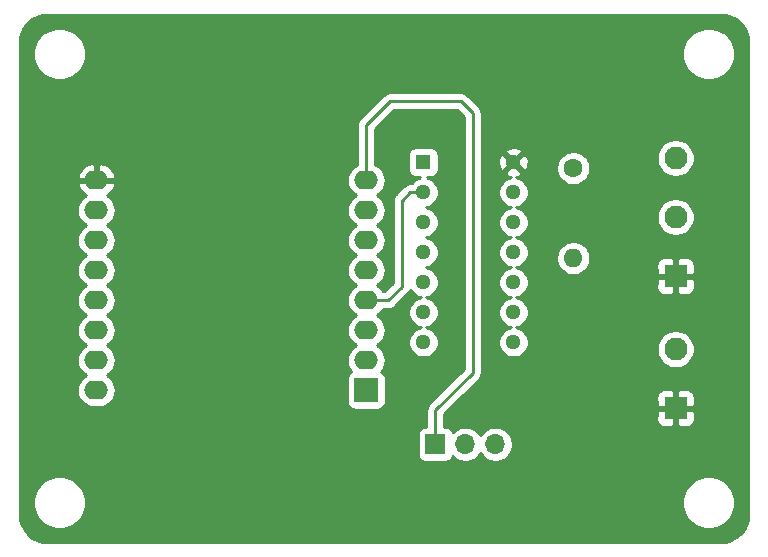
<source format=gbl>
G04 #@! TF.GenerationSoftware,KiCad,Pcbnew,(5.1.10)-1*
G04 #@! TF.CreationDate,2022-01-24T23:11:23-05:00*
G04 #@! TF.ProjectId,EmotionLampBoard_V1,456d6f74-696f-46e4-9c61-6d70426f6172,rev?*
G04 #@! TF.SameCoordinates,Original*
G04 #@! TF.FileFunction,Copper,L2,Bot*
G04 #@! TF.FilePolarity,Positive*
%FSLAX46Y46*%
G04 Gerber Fmt 4.6, Leading zero omitted, Abs format (unit mm)*
G04 Created by KiCad (PCBNEW (5.1.10)-1) date 2022-01-24 23:11:23*
%MOMM*%
%LPD*%
G01*
G04 APERTURE LIST*
G04 #@! TA.AperFunction,ComponentPad*
%ADD10R,1.295400X1.295400*%
G04 #@! TD*
G04 #@! TA.AperFunction,ComponentPad*
%ADD11C,1.295400*%
G04 #@! TD*
G04 #@! TA.AperFunction,ComponentPad*
%ADD12R,1.950000X1.950000*%
G04 #@! TD*
G04 #@! TA.AperFunction,ComponentPad*
%ADD13C,1.950000*%
G04 #@! TD*
G04 #@! TA.AperFunction,ComponentPad*
%ADD14C,1.600000*%
G04 #@! TD*
G04 #@! TA.AperFunction,ComponentPad*
%ADD15O,1.600000X1.600000*%
G04 #@! TD*
G04 #@! TA.AperFunction,ComponentPad*
%ADD16O,2.000000X1.600000*%
G04 #@! TD*
G04 #@! TA.AperFunction,ComponentPad*
%ADD17R,2.000000X2.000000*%
G04 #@! TD*
G04 #@! TA.AperFunction,ComponentPad*
%ADD18R,1.700000X1.700000*%
G04 #@! TD*
G04 #@! TA.AperFunction,ComponentPad*
%ADD19O,1.700000X1.700000*%
G04 #@! TD*
G04 #@! TA.AperFunction,Conductor*
%ADD20C,0.250000*%
G04 #@! TD*
G04 #@! TA.AperFunction,Conductor*
%ADD21C,0.254000*%
G04 #@! TD*
G04 #@! TA.AperFunction,Conductor*
%ADD22C,0.150000*%
G04 #@! TD*
G04 APERTURE END LIST*
D10*
X147828000Y-74168000D03*
D11*
X147828000Y-76708000D03*
X147828000Y-79248000D03*
X147828000Y-81788000D03*
X147828000Y-84328000D03*
X147828000Y-86868000D03*
X147828000Y-89408000D03*
X155448000Y-89408000D03*
X155448000Y-86868000D03*
X155448000Y-84328000D03*
X155448000Y-81788000D03*
X155448000Y-79248000D03*
X155448000Y-76708000D03*
X155448000Y-74168000D03*
D12*
X169180000Y-83820000D03*
D13*
X169180000Y-78820000D03*
X169180000Y-73820000D03*
D12*
X169180000Y-95000000D03*
D13*
X169180000Y-90000000D03*
D14*
X160528000Y-74676000D03*
D15*
X160528000Y-82296000D03*
D16*
X143000000Y-90932000D03*
D17*
X143000000Y-93472000D03*
D16*
X143000000Y-88392000D03*
X143000000Y-85852000D03*
X143000000Y-83312000D03*
X143000000Y-80772000D03*
X143000000Y-78232000D03*
X143000000Y-75692000D03*
X120140000Y-75692000D03*
X120140000Y-78232000D03*
X120140000Y-80772000D03*
X120140000Y-83312000D03*
X120140000Y-85852000D03*
X120140000Y-88392000D03*
X120140000Y-90932000D03*
X120140000Y-93472000D03*
D18*
X148844000Y-98044000D03*
D19*
X151384000Y-98044000D03*
X153924000Y-98044000D03*
D20*
X143000000Y-71000000D02*
X143000000Y-75692000D01*
X145000000Y-69000000D02*
X143000000Y-71000000D01*
X151000000Y-69000000D02*
X145000000Y-69000000D01*
X152000000Y-70000000D02*
X151000000Y-69000000D01*
X148844000Y-95156000D02*
X152000000Y-92000000D01*
X152000000Y-92000000D02*
X152000000Y-70000000D01*
X148844000Y-98044000D02*
X148844000Y-95156000D01*
X143000000Y-85852000D02*
X144852000Y-85852000D01*
X144852000Y-85852000D02*
X146000000Y-84704000D01*
X146000000Y-77416000D02*
X146708000Y-76708000D01*
X146000000Y-84704000D02*
X146000000Y-77416000D01*
X147828000Y-76708000D02*
X146708000Y-76708000D01*
D21*
X173453893Y-61707670D02*
X173890498Y-61839489D01*
X174293185Y-62053600D01*
X174646612Y-62341848D01*
X174937327Y-62693261D01*
X175154242Y-63094439D01*
X175289106Y-63530113D01*
X175340000Y-64014344D01*
X175340001Y-103967711D01*
X175292330Y-104453894D01*
X175160512Y-104890497D01*
X174946399Y-105293186D01*
X174658150Y-105646613D01*
X174306739Y-105937327D01*
X173905564Y-106154240D01*
X173469886Y-106289106D01*
X172985664Y-106340000D01*
X116032279Y-106340000D01*
X115546106Y-106292330D01*
X115109503Y-106160512D01*
X114706814Y-105946399D01*
X114353387Y-105658150D01*
X114062673Y-105306739D01*
X113845760Y-104905564D01*
X113710894Y-104469886D01*
X113660000Y-103985664D01*
X113660000Y-102779872D01*
X114765000Y-102779872D01*
X114765000Y-103220128D01*
X114850890Y-103651925D01*
X115019369Y-104058669D01*
X115263962Y-104424729D01*
X115575271Y-104736038D01*
X115941331Y-104980631D01*
X116348075Y-105149110D01*
X116779872Y-105235000D01*
X117220128Y-105235000D01*
X117651925Y-105149110D01*
X118058669Y-104980631D01*
X118424729Y-104736038D01*
X118736038Y-104424729D01*
X118980631Y-104058669D01*
X119149110Y-103651925D01*
X119235000Y-103220128D01*
X119235000Y-102779872D01*
X169765000Y-102779872D01*
X169765000Y-103220128D01*
X169850890Y-103651925D01*
X170019369Y-104058669D01*
X170263962Y-104424729D01*
X170575271Y-104736038D01*
X170941331Y-104980631D01*
X171348075Y-105149110D01*
X171779872Y-105235000D01*
X172220128Y-105235000D01*
X172651925Y-105149110D01*
X173058669Y-104980631D01*
X173424729Y-104736038D01*
X173736038Y-104424729D01*
X173980631Y-104058669D01*
X174149110Y-103651925D01*
X174235000Y-103220128D01*
X174235000Y-102779872D01*
X174149110Y-102348075D01*
X173980631Y-101941331D01*
X173736038Y-101575271D01*
X173424729Y-101263962D01*
X173058669Y-101019369D01*
X172651925Y-100850890D01*
X172220128Y-100765000D01*
X171779872Y-100765000D01*
X171348075Y-100850890D01*
X170941331Y-101019369D01*
X170575271Y-101263962D01*
X170263962Y-101575271D01*
X170019369Y-101941331D01*
X169850890Y-102348075D01*
X169765000Y-102779872D01*
X119235000Y-102779872D01*
X119149110Y-102348075D01*
X118980631Y-101941331D01*
X118736038Y-101575271D01*
X118424729Y-101263962D01*
X118058669Y-101019369D01*
X117651925Y-100850890D01*
X117220128Y-100765000D01*
X116779872Y-100765000D01*
X116348075Y-100850890D01*
X115941331Y-101019369D01*
X115575271Y-101263962D01*
X115263962Y-101575271D01*
X115019369Y-101941331D01*
X114850890Y-102348075D01*
X114765000Y-102779872D01*
X113660000Y-102779872D01*
X113660000Y-78232000D01*
X118498057Y-78232000D01*
X118525764Y-78513309D01*
X118607818Y-78783808D01*
X118741068Y-79033101D01*
X118920392Y-79251608D01*
X119138899Y-79430932D01*
X119271858Y-79502000D01*
X119138899Y-79573068D01*
X118920392Y-79752392D01*
X118741068Y-79970899D01*
X118607818Y-80220192D01*
X118525764Y-80490691D01*
X118498057Y-80772000D01*
X118525764Y-81053309D01*
X118607818Y-81323808D01*
X118741068Y-81573101D01*
X118920392Y-81791608D01*
X119138899Y-81970932D01*
X119271858Y-82042000D01*
X119138899Y-82113068D01*
X118920392Y-82292392D01*
X118741068Y-82510899D01*
X118607818Y-82760192D01*
X118525764Y-83030691D01*
X118498057Y-83312000D01*
X118525764Y-83593309D01*
X118607818Y-83863808D01*
X118741068Y-84113101D01*
X118920392Y-84331608D01*
X119138899Y-84510932D01*
X119271858Y-84582000D01*
X119138899Y-84653068D01*
X118920392Y-84832392D01*
X118741068Y-85050899D01*
X118607818Y-85300192D01*
X118525764Y-85570691D01*
X118498057Y-85852000D01*
X118525764Y-86133309D01*
X118607818Y-86403808D01*
X118741068Y-86653101D01*
X118920392Y-86871608D01*
X119138899Y-87050932D01*
X119271858Y-87122000D01*
X119138899Y-87193068D01*
X118920392Y-87372392D01*
X118741068Y-87590899D01*
X118607818Y-87840192D01*
X118525764Y-88110691D01*
X118498057Y-88392000D01*
X118525764Y-88673309D01*
X118607818Y-88943808D01*
X118741068Y-89193101D01*
X118920392Y-89411608D01*
X119138899Y-89590932D01*
X119271858Y-89662000D01*
X119138899Y-89733068D01*
X118920392Y-89912392D01*
X118741068Y-90130899D01*
X118607818Y-90380192D01*
X118525764Y-90650691D01*
X118498057Y-90932000D01*
X118525764Y-91213309D01*
X118607818Y-91483808D01*
X118741068Y-91733101D01*
X118920392Y-91951608D01*
X119138899Y-92130932D01*
X119271858Y-92202000D01*
X119138899Y-92273068D01*
X118920392Y-92452392D01*
X118741068Y-92670899D01*
X118607818Y-92920192D01*
X118525764Y-93190691D01*
X118498057Y-93472000D01*
X118525764Y-93753309D01*
X118607818Y-94023808D01*
X118741068Y-94273101D01*
X118920392Y-94491608D01*
X119138899Y-94670932D01*
X119388192Y-94804182D01*
X119658691Y-94886236D01*
X119869508Y-94907000D01*
X120410492Y-94907000D01*
X120621309Y-94886236D01*
X120891808Y-94804182D01*
X121141101Y-94670932D01*
X121359608Y-94491608D01*
X121538932Y-94273101D01*
X121672182Y-94023808D01*
X121754236Y-93753309D01*
X121781943Y-93472000D01*
X121754236Y-93190691D01*
X121672182Y-92920192D01*
X121538932Y-92670899D01*
X121359608Y-92452392D01*
X121141101Y-92273068D01*
X121008142Y-92202000D01*
X121141101Y-92130932D01*
X121359608Y-91951608D01*
X121538932Y-91733101D01*
X121672182Y-91483808D01*
X121754236Y-91213309D01*
X121781943Y-90932000D01*
X121754236Y-90650691D01*
X121672182Y-90380192D01*
X121538932Y-90130899D01*
X121359608Y-89912392D01*
X121141101Y-89733068D01*
X121008142Y-89662000D01*
X121141101Y-89590932D01*
X121359608Y-89411608D01*
X121538932Y-89193101D01*
X121672182Y-88943808D01*
X121754236Y-88673309D01*
X121781943Y-88392000D01*
X121754236Y-88110691D01*
X121672182Y-87840192D01*
X121538932Y-87590899D01*
X121359608Y-87372392D01*
X121141101Y-87193068D01*
X121008142Y-87122000D01*
X121141101Y-87050932D01*
X121359608Y-86871608D01*
X121538932Y-86653101D01*
X121672182Y-86403808D01*
X121754236Y-86133309D01*
X121781943Y-85852000D01*
X121754236Y-85570691D01*
X121672182Y-85300192D01*
X121538932Y-85050899D01*
X121359608Y-84832392D01*
X121141101Y-84653068D01*
X121008142Y-84582000D01*
X121141101Y-84510932D01*
X121359608Y-84331608D01*
X121538932Y-84113101D01*
X121672182Y-83863808D01*
X121754236Y-83593309D01*
X121781943Y-83312000D01*
X121754236Y-83030691D01*
X121672182Y-82760192D01*
X121538932Y-82510899D01*
X121359608Y-82292392D01*
X121141101Y-82113068D01*
X121008142Y-82042000D01*
X121141101Y-81970932D01*
X121359608Y-81791608D01*
X121538932Y-81573101D01*
X121672182Y-81323808D01*
X121754236Y-81053309D01*
X121781943Y-80772000D01*
X121754236Y-80490691D01*
X121672182Y-80220192D01*
X121538932Y-79970899D01*
X121359608Y-79752392D01*
X121141101Y-79573068D01*
X121008142Y-79502000D01*
X121141101Y-79430932D01*
X121359608Y-79251608D01*
X121538932Y-79033101D01*
X121672182Y-78783808D01*
X121754236Y-78513309D01*
X121781943Y-78232000D01*
X121754236Y-77950691D01*
X121672182Y-77680192D01*
X121538932Y-77430899D01*
X121359608Y-77212392D01*
X121141101Y-77033068D01*
X121011655Y-76963878D01*
X121029227Y-76956430D01*
X121262662Y-76797673D01*
X121460639Y-76596425D01*
X121615551Y-76360421D01*
X121721444Y-76098730D01*
X121731904Y-76041039D01*
X121609915Y-75819000D01*
X120267000Y-75819000D01*
X120267000Y-75839000D01*
X120013000Y-75839000D01*
X120013000Y-75819000D01*
X118670085Y-75819000D01*
X118548096Y-76041039D01*
X118558556Y-76098730D01*
X118664449Y-76360421D01*
X118819361Y-76596425D01*
X119017338Y-76797673D01*
X119250773Y-76956430D01*
X119268345Y-76963878D01*
X119138899Y-77033068D01*
X118920392Y-77212392D01*
X118741068Y-77430899D01*
X118607818Y-77680192D01*
X118525764Y-77950691D01*
X118498057Y-78232000D01*
X113660000Y-78232000D01*
X113660000Y-75692000D01*
X141358057Y-75692000D01*
X141385764Y-75973309D01*
X141467818Y-76243808D01*
X141601068Y-76493101D01*
X141780392Y-76711608D01*
X141998899Y-76890932D01*
X142131858Y-76962000D01*
X141998899Y-77033068D01*
X141780392Y-77212392D01*
X141601068Y-77430899D01*
X141467818Y-77680192D01*
X141385764Y-77950691D01*
X141358057Y-78232000D01*
X141385764Y-78513309D01*
X141467818Y-78783808D01*
X141601068Y-79033101D01*
X141780392Y-79251608D01*
X141998899Y-79430932D01*
X142131858Y-79502000D01*
X141998899Y-79573068D01*
X141780392Y-79752392D01*
X141601068Y-79970899D01*
X141467818Y-80220192D01*
X141385764Y-80490691D01*
X141358057Y-80772000D01*
X141385764Y-81053309D01*
X141467818Y-81323808D01*
X141601068Y-81573101D01*
X141780392Y-81791608D01*
X141998899Y-81970932D01*
X142131858Y-82042000D01*
X141998899Y-82113068D01*
X141780392Y-82292392D01*
X141601068Y-82510899D01*
X141467818Y-82760192D01*
X141385764Y-83030691D01*
X141358057Y-83312000D01*
X141385764Y-83593309D01*
X141467818Y-83863808D01*
X141601068Y-84113101D01*
X141780392Y-84331608D01*
X141998899Y-84510932D01*
X142131858Y-84582000D01*
X141998899Y-84653068D01*
X141780392Y-84832392D01*
X141601068Y-85050899D01*
X141467818Y-85300192D01*
X141385764Y-85570691D01*
X141358057Y-85852000D01*
X141385764Y-86133309D01*
X141467818Y-86403808D01*
X141601068Y-86653101D01*
X141780392Y-86871608D01*
X141998899Y-87050932D01*
X142131858Y-87122000D01*
X141998899Y-87193068D01*
X141780392Y-87372392D01*
X141601068Y-87590899D01*
X141467818Y-87840192D01*
X141385764Y-88110691D01*
X141358057Y-88392000D01*
X141385764Y-88673309D01*
X141467818Y-88943808D01*
X141601068Y-89193101D01*
X141780392Y-89411608D01*
X141998899Y-89590932D01*
X142131858Y-89662000D01*
X141998899Y-89733068D01*
X141780392Y-89912392D01*
X141601068Y-90130899D01*
X141467818Y-90380192D01*
X141385764Y-90650691D01*
X141358057Y-90932000D01*
X141385764Y-91213309D01*
X141467818Y-91483808D01*
X141601068Y-91733101D01*
X141733476Y-91894441D01*
X141645506Y-91941463D01*
X141548815Y-92020815D01*
X141469463Y-92117506D01*
X141410498Y-92227820D01*
X141374188Y-92347518D01*
X141361928Y-92472000D01*
X141361928Y-94472000D01*
X141374188Y-94596482D01*
X141410498Y-94716180D01*
X141469463Y-94826494D01*
X141548815Y-94923185D01*
X141645506Y-95002537D01*
X141755820Y-95061502D01*
X141875518Y-95097812D01*
X142000000Y-95110072D01*
X144000000Y-95110072D01*
X144124482Y-95097812D01*
X144244180Y-95061502D01*
X144354494Y-95002537D01*
X144451185Y-94923185D01*
X144530537Y-94826494D01*
X144589502Y-94716180D01*
X144625812Y-94596482D01*
X144638072Y-94472000D01*
X144638072Y-92472000D01*
X144625812Y-92347518D01*
X144589502Y-92227820D01*
X144530537Y-92117506D01*
X144451185Y-92020815D01*
X144354494Y-91941463D01*
X144266524Y-91894441D01*
X144398932Y-91733101D01*
X144532182Y-91483808D01*
X144614236Y-91213309D01*
X144641943Y-90932000D01*
X144614236Y-90650691D01*
X144532182Y-90380192D01*
X144398932Y-90130899D01*
X144219608Y-89912392D01*
X144001101Y-89733068D01*
X143868142Y-89662000D01*
X144001101Y-89590932D01*
X144219608Y-89411608D01*
X144398932Y-89193101D01*
X144532182Y-88943808D01*
X144614236Y-88673309D01*
X144641943Y-88392000D01*
X144614236Y-88110691D01*
X144532182Y-87840192D01*
X144398932Y-87590899D01*
X144219608Y-87372392D01*
X144001101Y-87193068D01*
X143868142Y-87122000D01*
X144001101Y-87050932D01*
X144219608Y-86871608D01*
X144398932Y-86653101D01*
X144420901Y-86612000D01*
X144814678Y-86612000D01*
X144852000Y-86615676D01*
X144889322Y-86612000D01*
X144889333Y-86612000D01*
X145000986Y-86601003D01*
X145144247Y-86557546D01*
X145276276Y-86486974D01*
X145392001Y-86392001D01*
X145415804Y-86362997D01*
X146511004Y-85267798D01*
X146540001Y-85244001D01*
X146634974Y-85128276D01*
X146705546Y-84996247D01*
X146713749Y-84969204D01*
X146831662Y-85145673D01*
X147010327Y-85324338D01*
X147220414Y-85464714D01*
X147453850Y-85561406D01*
X147637818Y-85598000D01*
X147453850Y-85634594D01*
X147220414Y-85731286D01*
X147010327Y-85871662D01*
X146831662Y-86050327D01*
X146691286Y-86260414D01*
X146594594Y-86493850D01*
X146545300Y-86741665D01*
X146545300Y-86994335D01*
X146594594Y-87242150D01*
X146691286Y-87475586D01*
X146831662Y-87685673D01*
X147010327Y-87864338D01*
X147220414Y-88004714D01*
X147453850Y-88101406D01*
X147637818Y-88138000D01*
X147453850Y-88174594D01*
X147220414Y-88271286D01*
X147010327Y-88411662D01*
X146831662Y-88590327D01*
X146691286Y-88800414D01*
X146594594Y-89033850D01*
X146545300Y-89281665D01*
X146545300Y-89534335D01*
X146594594Y-89782150D01*
X146691286Y-90015586D01*
X146831662Y-90225673D01*
X147010327Y-90404338D01*
X147220414Y-90544714D01*
X147453850Y-90641406D01*
X147701665Y-90690700D01*
X147954335Y-90690700D01*
X148202150Y-90641406D01*
X148435586Y-90544714D01*
X148645673Y-90404338D01*
X148824338Y-90225673D01*
X148964714Y-90015586D01*
X149061406Y-89782150D01*
X149110700Y-89534335D01*
X149110700Y-89281665D01*
X149061406Y-89033850D01*
X148964714Y-88800414D01*
X148824338Y-88590327D01*
X148645673Y-88411662D01*
X148435586Y-88271286D01*
X148202150Y-88174594D01*
X148018182Y-88138000D01*
X148202150Y-88101406D01*
X148435586Y-88004714D01*
X148645673Y-87864338D01*
X148824338Y-87685673D01*
X148964714Y-87475586D01*
X149061406Y-87242150D01*
X149110700Y-86994335D01*
X149110700Y-86741665D01*
X149061406Y-86493850D01*
X148964714Y-86260414D01*
X148824338Y-86050327D01*
X148645673Y-85871662D01*
X148435586Y-85731286D01*
X148202150Y-85634594D01*
X148018182Y-85598000D01*
X148202150Y-85561406D01*
X148435586Y-85464714D01*
X148645673Y-85324338D01*
X148824338Y-85145673D01*
X148964714Y-84935586D01*
X149061406Y-84702150D01*
X149110700Y-84454335D01*
X149110700Y-84201665D01*
X149061406Y-83953850D01*
X148964714Y-83720414D01*
X148824338Y-83510327D01*
X148645673Y-83331662D01*
X148435586Y-83191286D01*
X148202150Y-83094594D01*
X148018182Y-83058000D01*
X148202150Y-83021406D01*
X148435586Y-82924714D01*
X148645673Y-82784338D01*
X148824338Y-82605673D01*
X148964714Y-82395586D01*
X149061406Y-82162150D01*
X149110700Y-81914335D01*
X149110700Y-81661665D01*
X149061406Y-81413850D01*
X148964714Y-81180414D01*
X148824338Y-80970327D01*
X148645673Y-80791662D01*
X148435586Y-80651286D01*
X148202150Y-80554594D01*
X148018182Y-80518000D01*
X148202150Y-80481406D01*
X148435586Y-80384714D01*
X148645673Y-80244338D01*
X148824338Y-80065673D01*
X148964714Y-79855586D01*
X149061406Y-79622150D01*
X149110700Y-79374335D01*
X149110700Y-79121665D01*
X149061406Y-78873850D01*
X148964714Y-78640414D01*
X148824338Y-78430327D01*
X148645673Y-78251662D01*
X148435586Y-78111286D01*
X148202150Y-78014594D01*
X148018182Y-77978000D01*
X148202150Y-77941406D01*
X148435586Y-77844714D01*
X148645673Y-77704338D01*
X148824338Y-77525673D01*
X148964714Y-77315586D01*
X149061406Y-77082150D01*
X149110700Y-76834335D01*
X149110700Y-76581665D01*
X149061406Y-76333850D01*
X148964714Y-76100414D01*
X148824338Y-75890327D01*
X148645673Y-75711662D01*
X148435586Y-75571286D01*
X148202150Y-75474594D01*
X148097472Y-75453772D01*
X148475700Y-75453772D01*
X148600182Y-75441512D01*
X148719880Y-75405202D01*
X148830194Y-75346237D01*
X148926885Y-75266885D01*
X149006237Y-75170194D01*
X149065202Y-75059880D01*
X149101512Y-74940182D01*
X149113772Y-74815700D01*
X149113772Y-73520300D01*
X149101512Y-73395818D01*
X149065202Y-73276120D01*
X149006237Y-73165806D01*
X148926885Y-73069115D01*
X148830194Y-72989763D01*
X148719880Y-72930798D01*
X148600182Y-72894488D01*
X148475700Y-72882228D01*
X147180300Y-72882228D01*
X147055818Y-72894488D01*
X146936120Y-72930798D01*
X146825806Y-72989763D01*
X146729115Y-73069115D01*
X146649763Y-73165806D01*
X146590798Y-73276120D01*
X146554488Y-73395818D01*
X146542228Y-73520300D01*
X146542228Y-74815700D01*
X146554488Y-74940182D01*
X146590798Y-75059880D01*
X146649763Y-75170194D01*
X146729115Y-75266885D01*
X146825806Y-75346237D01*
X146936120Y-75405202D01*
X147055818Y-75441512D01*
X147180300Y-75453772D01*
X147558528Y-75453772D01*
X147453850Y-75474594D01*
X147220414Y-75571286D01*
X147010327Y-75711662D01*
X146831662Y-75890327D01*
X146793126Y-75948000D01*
X146745322Y-75948000D01*
X146707999Y-75944324D01*
X146670676Y-75948000D01*
X146670667Y-75948000D01*
X146559014Y-75958997D01*
X146415753Y-76002454D01*
X146283724Y-76073026D01*
X146167999Y-76167999D01*
X146144201Y-76196998D01*
X145488998Y-76852201D01*
X145460000Y-76875999D01*
X145436202Y-76904997D01*
X145436201Y-76904998D01*
X145365026Y-76991724D01*
X145294454Y-77123754D01*
X145291869Y-77132277D01*
X145250998Y-77267014D01*
X145240001Y-77378667D01*
X145236324Y-77416000D01*
X145240001Y-77453332D01*
X145240000Y-84389198D01*
X144537199Y-85092000D01*
X144420901Y-85092000D01*
X144398932Y-85050899D01*
X144219608Y-84832392D01*
X144001101Y-84653068D01*
X143868142Y-84582000D01*
X144001101Y-84510932D01*
X144219608Y-84331608D01*
X144398932Y-84113101D01*
X144532182Y-83863808D01*
X144614236Y-83593309D01*
X144641943Y-83312000D01*
X144614236Y-83030691D01*
X144532182Y-82760192D01*
X144398932Y-82510899D01*
X144219608Y-82292392D01*
X144001101Y-82113068D01*
X143868142Y-82042000D01*
X144001101Y-81970932D01*
X144219608Y-81791608D01*
X144398932Y-81573101D01*
X144532182Y-81323808D01*
X144614236Y-81053309D01*
X144641943Y-80772000D01*
X144614236Y-80490691D01*
X144532182Y-80220192D01*
X144398932Y-79970899D01*
X144219608Y-79752392D01*
X144001101Y-79573068D01*
X143868142Y-79502000D01*
X144001101Y-79430932D01*
X144219608Y-79251608D01*
X144398932Y-79033101D01*
X144532182Y-78783808D01*
X144614236Y-78513309D01*
X144641943Y-78232000D01*
X144614236Y-77950691D01*
X144532182Y-77680192D01*
X144398932Y-77430899D01*
X144219608Y-77212392D01*
X144001101Y-77033068D01*
X143868142Y-76962000D01*
X144001101Y-76890932D01*
X144219608Y-76711608D01*
X144398932Y-76493101D01*
X144532182Y-76243808D01*
X144614236Y-75973309D01*
X144641943Y-75692000D01*
X144614236Y-75410691D01*
X144532182Y-75140192D01*
X144398932Y-74890899D01*
X144219608Y-74672392D01*
X144001101Y-74493068D01*
X143760000Y-74364197D01*
X143760000Y-71314801D01*
X145314802Y-69760000D01*
X150685199Y-69760000D01*
X151240001Y-70314803D01*
X151240000Y-91685198D01*
X148332998Y-94592201D01*
X148304000Y-94615999D01*
X148280202Y-94644997D01*
X148280201Y-94644998D01*
X148209026Y-94731724D01*
X148138454Y-94863754D01*
X148094998Y-95007015D01*
X148080324Y-95156000D01*
X148084001Y-95193332D01*
X148084001Y-96555928D01*
X147994000Y-96555928D01*
X147869518Y-96568188D01*
X147749820Y-96604498D01*
X147639506Y-96663463D01*
X147542815Y-96742815D01*
X147463463Y-96839506D01*
X147404498Y-96949820D01*
X147368188Y-97069518D01*
X147355928Y-97194000D01*
X147355928Y-98894000D01*
X147368188Y-99018482D01*
X147404498Y-99138180D01*
X147463463Y-99248494D01*
X147542815Y-99345185D01*
X147639506Y-99424537D01*
X147749820Y-99483502D01*
X147869518Y-99519812D01*
X147994000Y-99532072D01*
X149694000Y-99532072D01*
X149818482Y-99519812D01*
X149938180Y-99483502D01*
X150048494Y-99424537D01*
X150145185Y-99345185D01*
X150224537Y-99248494D01*
X150283502Y-99138180D01*
X150305513Y-99065620D01*
X150437368Y-99197475D01*
X150680589Y-99359990D01*
X150950842Y-99471932D01*
X151237740Y-99529000D01*
X151530260Y-99529000D01*
X151817158Y-99471932D01*
X152087411Y-99359990D01*
X152330632Y-99197475D01*
X152537475Y-98990632D01*
X152654000Y-98816240D01*
X152770525Y-98990632D01*
X152977368Y-99197475D01*
X153220589Y-99359990D01*
X153490842Y-99471932D01*
X153777740Y-99529000D01*
X154070260Y-99529000D01*
X154357158Y-99471932D01*
X154627411Y-99359990D01*
X154870632Y-99197475D01*
X155077475Y-98990632D01*
X155239990Y-98747411D01*
X155351932Y-98477158D01*
X155409000Y-98190260D01*
X155409000Y-97897740D01*
X155351932Y-97610842D01*
X155239990Y-97340589D01*
X155077475Y-97097368D01*
X154870632Y-96890525D01*
X154627411Y-96728010D01*
X154357158Y-96616068D01*
X154070260Y-96559000D01*
X153777740Y-96559000D01*
X153490842Y-96616068D01*
X153220589Y-96728010D01*
X152977368Y-96890525D01*
X152770525Y-97097368D01*
X152654000Y-97271760D01*
X152537475Y-97097368D01*
X152330632Y-96890525D01*
X152087411Y-96728010D01*
X151817158Y-96616068D01*
X151530260Y-96559000D01*
X151237740Y-96559000D01*
X150950842Y-96616068D01*
X150680589Y-96728010D01*
X150437368Y-96890525D01*
X150305513Y-97022380D01*
X150283502Y-96949820D01*
X150224537Y-96839506D01*
X150145185Y-96742815D01*
X150048494Y-96663463D01*
X149938180Y-96604498D01*
X149818482Y-96568188D01*
X149694000Y-96555928D01*
X149604000Y-96555928D01*
X149604000Y-95975000D01*
X167566928Y-95975000D01*
X167579188Y-96099482D01*
X167615498Y-96219180D01*
X167674463Y-96329494D01*
X167753815Y-96426185D01*
X167850506Y-96505537D01*
X167960820Y-96564502D01*
X168080518Y-96600812D01*
X168205000Y-96613072D01*
X168894250Y-96610000D01*
X169053000Y-96451250D01*
X169053000Y-95127000D01*
X169307000Y-95127000D01*
X169307000Y-96451250D01*
X169465750Y-96610000D01*
X170155000Y-96613072D01*
X170279482Y-96600812D01*
X170399180Y-96564502D01*
X170509494Y-96505537D01*
X170606185Y-96426185D01*
X170685537Y-96329494D01*
X170744502Y-96219180D01*
X170780812Y-96099482D01*
X170793072Y-95975000D01*
X170790000Y-95285750D01*
X170631250Y-95127000D01*
X169307000Y-95127000D01*
X169053000Y-95127000D01*
X167728750Y-95127000D01*
X167570000Y-95285750D01*
X167566928Y-95975000D01*
X149604000Y-95975000D01*
X149604000Y-95470801D01*
X151049801Y-94025000D01*
X167566928Y-94025000D01*
X167570000Y-94714250D01*
X167728750Y-94873000D01*
X169053000Y-94873000D01*
X169053000Y-93548750D01*
X169307000Y-93548750D01*
X169307000Y-94873000D01*
X170631250Y-94873000D01*
X170790000Y-94714250D01*
X170793072Y-94025000D01*
X170780812Y-93900518D01*
X170744502Y-93780820D01*
X170685537Y-93670506D01*
X170606185Y-93573815D01*
X170509494Y-93494463D01*
X170399180Y-93435498D01*
X170279482Y-93399188D01*
X170155000Y-93386928D01*
X169465750Y-93390000D01*
X169307000Y-93548750D01*
X169053000Y-93548750D01*
X168894250Y-93390000D01*
X168205000Y-93386928D01*
X168080518Y-93399188D01*
X167960820Y-93435498D01*
X167850506Y-93494463D01*
X167753815Y-93573815D01*
X167674463Y-93670506D01*
X167615498Y-93780820D01*
X167579188Y-93900518D01*
X167566928Y-94025000D01*
X151049801Y-94025000D01*
X152511004Y-92563798D01*
X152540001Y-92540001D01*
X152611900Y-92452392D01*
X152634974Y-92424277D01*
X152705546Y-92292247D01*
X152725089Y-92227820D01*
X152749003Y-92148986D01*
X152760000Y-92037333D01*
X152760000Y-92037323D01*
X152763676Y-92000001D01*
X152760000Y-91962678D01*
X152760000Y-76581665D01*
X154165300Y-76581665D01*
X154165300Y-76834335D01*
X154214594Y-77082150D01*
X154311286Y-77315586D01*
X154451662Y-77525673D01*
X154630327Y-77704338D01*
X154840414Y-77844714D01*
X155073850Y-77941406D01*
X155257818Y-77978000D01*
X155073850Y-78014594D01*
X154840414Y-78111286D01*
X154630327Y-78251662D01*
X154451662Y-78430327D01*
X154311286Y-78640414D01*
X154214594Y-78873850D01*
X154165300Y-79121665D01*
X154165300Y-79374335D01*
X154214594Y-79622150D01*
X154311286Y-79855586D01*
X154451662Y-80065673D01*
X154630327Y-80244338D01*
X154840414Y-80384714D01*
X155073850Y-80481406D01*
X155257818Y-80518000D01*
X155073850Y-80554594D01*
X154840414Y-80651286D01*
X154630327Y-80791662D01*
X154451662Y-80970327D01*
X154311286Y-81180414D01*
X154214594Y-81413850D01*
X154165300Y-81661665D01*
X154165300Y-81914335D01*
X154214594Y-82162150D01*
X154311286Y-82395586D01*
X154451662Y-82605673D01*
X154630327Y-82784338D01*
X154840414Y-82924714D01*
X155073850Y-83021406D01*
X155257818Y-83058000D01*
X155073850Y-83094594D01*
X154840414Y-83191286D01*
X154630327Y-83331662D01*
X154451662Y-83510327D01*
X154311286Y-83720414D01*
X154214594Y-83953850D01*
X154165300Y-84201665D01*
X154165300Y-84454335D01*
X154214594Y-84702150D01*
X154311286Y-84935586D01*
X154451662Y-85145673D01*
X154630327Y-85324338D01*
X154840414Y-85464714D01*
X155073850Y-85561406D01*
X155257818Y-85598000D01*
X155073850Y-85634594D01*
X154840414Y-85731286D01*
X154630327Y-85871662D01*
X154451662Y-86050327D01*
X154311286Y-86260414D01*
X154214594Y-86493850D01*
X154165300Y-86741665D01*
X154165300Y-86994335D01*
X154214594Y-87242150D01*
X154311286Y-87475586D01*
X154451662Y-87685673D01*
X154630327Y-87864338D01*
X154840414Y-88004714D01*
X155073850Y-88101406D01*
X155257818Y-88138000D01*
X155073850Y-88174594D01*
X154840414Y-88271286D01*
X154630327Y-88411662D01*
X154451662Y-88590327D01*
X154311286Y-88800414D01*
X154214594Y-89033850D01*
X154165300Y-89281665D01*
X154165300Y-89534335D01*
X154214594Y-89782150D01*
X154311286Y-90015586D01*
X154451662Y-90225673D01*
X154630327Y-90404338D01*
X154840414Y-90544714D01*
X155073850Y-90641406D01*
X155321665Y-90690700D01*
X155574335Y-90690700D01*
X155822150Y-90641406D01*
X156055586Y-90544714D01*
X156265673Y-90404338D01*
X156444338Y-90225673D01*
X156584714Y-90015586D01*
X156656851Y-89841429D01*
X167570000Y-89841429D01*
X167570000Y-90158571D01*
X167631871Y-90469620D01*
X167753237Y-90762621D01*
X167929431Y-91026315D01*
X168153685Y-91250569D01*
X168417379Y-91426763D01*
X168710380Y-91548129D01*
X169021429Y-91610000D01*
X169338571Y-91610000D01*
X169649620Y-91548129D01*
X169942621Y-91426763D01*
X170206315Y-91250569D01*
X170430569Y-91026315D01*
X170606763Y-90762621D01*
X170728129Y-90469620D01*
X170790000Y-90158571D01*
X170790000Y-89841429D01*
X170728129Y-89530380D01*
X170606763Y-89237379D01*
X170430569Y-88973685D01*
X170206315Y-88749431D01*
X169942621Y-88573237D01*
X169649620Y-88451871D01*
X169338571Y-88390000D01*
X169021429Y-88390000D01*
X168710380Y-88451871D01*
X168417379Y-88573237D01*
X168153685Y-88749431D01*
X167929431Y-88973685D01*
X167753237Y-89237379D01*
X167631871Y-89530380D01*
X167570000Y-89841429D01*
X156656851Y-89841429D01*
X156681406Y-89782150D01*
X156730700Y-89534335D01*
X156730700Y-89281665D01*
X156681406Y-89033850D01*
X156584714Y-88800414D01*
X156444338Y-88590327D01*
X156265673Y-88411662D01*
X156055586Y-88271286D01*
X155822150Y-88174594D01*
X155638182Y-88138000D01*
X155822150Y-88101406D01*
X156055586Y-88004714D01*
X156265673Y-87864338D01*
X156444338Y-87685673D01*
X156584714Y-87475586D01*
X156681406Y-87242150D01*
X156730700Y-86994335D01*
X156730700Y-86741665D01*
X156681406Y-86493850D01*
X156584714Y-86260414D01*
X156444338Y-86050327D01*
X156265673Y-85871662D01*
X156055586Y-85731286D01*
X155822150Y-85634594D01*
X155638182Y-85598000D01*
X155822150Y-85561406D01*
X156055586Y-85464714D01*
X156265673Y-85324338D01*
X156444338Y-85145673D01*
X156584714Y-84935586D01*
X156642946Y-84795000D01*
X167566928Y-84795000D01*
X167579188Y-84919482D01*
X167615498Y-85039180D01*
X167674463Y-85149494D01*
X167753815Y-85246185D01*
X167850506Y-85325537D01*
X167960820Y-85384502D01*
X168080518Y-85420812D01*
X168205000Y-85433072D01*
X168894250Y-85430000D01*
X169053000Y-85271250D01*
X169053000Y-83947000D01*
X169307000Y-83947000D01*
X169307000Y-85271250D01*
X169465750Y-85430000D01*
X170155000Y-85433072D01*
X170279482Y-85420812D01*
X170399180Y-85384502D01*
X170509494Y-85325537D01*
X170606185Y-85246185D01*
X170685537Y-85149494D01*
X170744502Y-85039180D01*
X170780812Y-84919482D01*
X170793072Y-84795000D01*
X170790000Y-84105750D01*
X170631250Y-83947000D01*
X169307000Y-83947000D01*
X169053000Y-83947000D01*
X167728750Y-83947000D01*
X167570000Y-84105750D01*
X167566928Y-84795000D01*
X156642946Y-84795000D01*
X156681406Y-84702150D01*
X156730700Y-84454335D01*
X156730700Y-84201665D01*
X156681406Y-83953850D01*
X156584714Y-83720414D01*
X156444338Y-83510327D01*
X156265673Y-83331662D01*
X156055586Y-83191286D01*
X155822150Y-83094594D01*
X155638182Y-83058000D01*
X155822150Y-83021406D01*
X156055586Y-82924714D01*
X156265673Y-82784338D01*
X156444338Y-82605673D01*
X156584714Y-82395586D01*
X156681406Y-82162150D01*
X156682894Y-82154665D01*
X159093000Y-82154665D01*
X159093000Y-82437335D01*
X159148147Y-82714574D01*
X159256320Y-82975727D01*
X159413363Y-83210759D01*
X159613241Y-83410637D01*
X159848273Y-83567680D01*
X160109426Y-83675853D01*
X160386665Y-83731000D01*
X160669335Y-83731000D01*
X160946574Y-83675853D01*
X161207727Y-83567680D01*
X161442759Y-83410637D01*
X161642637Y-83210759D01*
X161799680Y-82975727D01*
X161853828Y-82845000D01*
X167566928Y-82845000D01*
X167570000Y-83534250D01*
X167728750Y-83693000D01*
X169053000Y-83693000D01*
X169053000Y-82368750D01*
X169307000Y-82368750D01*
X169307000Y-83693000D01*
X170631250Y-83693000D01*
X170790000Y-83534250D01*
X170793072Y-82845000D01*
X170780812Y-82720518D01*
X170744502Y-82600820D01*
X170685537Y-82490506D01*
X170606185Y-82393815D01*
X170509494Y-82314463D01*
X170399180Y-82255498D01*
X170279482Y-82219188D01*
X170155000Y-82206928D01*
X169465750Y-82210000D01*
X169307000Y-82368750D01*
X169053000Y-82368750D01*
X168894250Y-82210000D01*
X168205000Y-82206928D01*
X168080518Y-82219188D01*
X167960820Y-82255498D01*
X167850506Y-82314463D01*
X167753815Y-82393815D01*
X167674463Y-82490506D01*
X167615498Y-82600820D01*
X167579188Y-82720518D01*
X167566928Y-82845000D01*
X161853828Y-82845000D01*
X161907853Y-82714574D01*
X161963000Y-82437335D01*
X161963000Y-82154665D01*
X161907853Y-81877426D01*
X161799680Y-81616273D01*
X161642637Y-81381241D01*
X161442759Y-81181363D01*
X161207727Y-81024320D01*
X160946574Y-80916147D01*
X160669335Y-80861000D01*
X160386665Y-80861000D01*
X160109426Y-80916147D01*
X159848273Y-81024320D01*
X159613241Y-81181363D01*
X159413363Y-81381241D01*
X159256320Y-81616273D01*
X159148147Y-81877426D01*
X159093000Y-82154665D01*
X156682894Y-82154665D01*
X156730700Y-81914335D01*
X156730700Y-81661665D01*
X156681406Y-81413850D01*
X156584714Y-81180414D01*
X156444338Y-80970327D01*
X156265673Y-80791662D01*
X156055586Y-80651286D01*
X155822150Y-80554594D01*
X155638182Y-80518000D01*
X155822150Y-80481406D01*
X156055586Y-80384714D01*
X156265673Y-80244338D01*
X156444338Y-80065673D01*
X156584714Y-79855586D01*
X156681406Y-79622150D01*
X156730700Y-79374335D01*
X156730700Y-79121665D01*
X156681406Y-78873850D01*
X156593419Y-78661429D01*
X167570000Y-78661429D01*
X167570000Y-78978571D01*
X167631871Y-79289620D01*
X167753237Y-79582621D01*
X167929431Y-79846315D01*
X168153685Y-80070569D01*
X168417379Y-80246763D01*
X168710380Y-80368129D01*
X169021429Y-80430000D01*
X169338571Y-80430000D01*
X169649620Y-80368129D01*
X169942621Y-80246763D01*
X170206315Y-80070569D01*
X170430569Y-79846315D01*
X170606763Y-79582621D01*
X170728129Y-79289620D01*
X170790000Y-78978571D01*
X170790000Y-78661429D01*
X170728129Y-78350380D01*
X170606763Y-78057379D01*
X170430569Y-77793685D01*
X170206315Y-77569431D01*
X169942621Y-77393237D01*
X169649620Y-77271871D01*
X169338571Y-77210000D01*
X169021429Y-77210000D01*
X168710380Y-77271871D01*
X168417379Y-77393237D01*
X168153685Y-77569431D01*
X167929431Y-77793685D01*
X167753237Y-78057379D01*
X167631871Y-78350380D01*
X167570000Y-78661429D01*
X156593419Y-78661429D01*
X156584714Y-78640414D01*
X156444338Y-78430327D01*
X156265673Y-78251662D01*
X156055586Y-78111286D01*
X155822150Y-78014594D01*
X155638182Y-77978000D01*
X155822150Y-77941406D01*
X156055586Y-77844714D01*
X156265673Y-77704338D01*
X156444338Y-77525673D01*
X156584714Y-77315586D01*
X156681406Y-77082150D01*
X156730700Y-76834335D01*
X156730700Y-76581665D01*
X156681406Y-76333850D01*
X156584714Y-76100414D01*
X156444338Y-75890327D01*
X156265673Y-75711662D01*
X156055586Y-75571286D01*
X155822150Y-75474594D01*
X155634192Y-75437206D01*
X155774084Y-75414975D01*
X156011092Y-75327399D01*
X156099168Y-75280321D01*
X156152277Y-75051882D01*
X155448000Y-74347605D01*
X154743723Y-75051882D01*
X154796832Y-75280321D01*
X155026347Y-75385985D01*
X155249995Y-75439556D01*
X155073850Y-75474594D01*
X154840414Y-75571286D01*
X154630327Y-75711662D01*
X154451662Y-75890327D01*
X154311286Y-76100414D01*
X154214594Y-76333850D01*
X154165300Y-76581665D01*
X152760000Y-76581665D01*
X152760000Y-74244546D01*
X154161369Y-74244546D01*
X154201025Y-74494084D01*
X154288601Y-74731092D01*
X154335679Y-74819168D01*
X154564118Y-74872277D01*
X155268395Y-74168000D01*
X155627605Y-74168000D01*
X156331882Y-74872277D01*
X156560321Y-74819168D01*
X156665985Y-74589653D01*
X156679156Y-74534665D01*
X159093000Y-74534665D01*
X159093000Y-74817335D01*
X159148147Y-75094574D01*
X159256320Y-75355727D01*
X159413363Y-75590759D01*
X159613241Y-75790637D01*
X159848273Y-75947680D01*
X160109426Y-76055853D01*
X160386665Y-76111000D01*
X160669335Y-76111000D01*
X160946574Y-76055853D01*
X161207727Y-75947680D01*
X161442759Y-75790637D01*
X161642637Y-75590759D01*
X161799680Y-75355727D01*
X161907853Y-75094574D01*
X161963000Y-74817335D01*
X161963000Y-74534665D01*
X161907853Y-74257426D01*
X161799680Y-73996273D01*
X161642637Y-73761241D01*
X161542825Y-73661429D01*
X167570000Y-73661429D01*
X167570000Y-73978571D01*
X167631871Y-74289620D01*
X167753237Y-74582621D01*
X167929431Y-74846315D01*
X168153685Y-75070569D01*
X168417379Y-75246763D01*
X168710380Y-75368129D01*
X169021429Y-75430000D01*
X169338571Y-75430000D01*
X169649620Y-75368129D01*
X169942621Y-75246763D01*
X170206315Y-75070569D01*
X170430569Y-74846315D01*
X170606763Y-74582621D01*
X170728129Y-74289620D01*
X170790000Y-73978571D01*
X170790000Y-73661429D01*
X170728129Y-73350380D01*
X170606763Y-73057379D01*
X170430569Y-72793685D01*
X170206315Y-72569431D01*
X169942621Y-72393237D01*
X169649620Y-72271871D01*
X169338571Y-72210000D01*
X169021429Y-72210000D01*
X168710380Y-72271871D01*
X168417379Y-72393237D01*
X168153685Y-72569431D01*
X167929431Y-72793685D01*
X167753237Y-73057379D01*
X167631871Y-73350380D01*
X167570000Y-73661429D01*
X161542825Y-73661429D01*
X161442759Y-73561363D01*
X161207727Y-73404320D01*
X160946574Y-73296147D01*
X160669335Y-73241000D01*
X160386665Y-73241000D01*
X160109426Y-73296147D01*
X159848273Y-73404320D01*
X159613241Y-73561363D01*
X159413363Y-73761241D01*
X159256320Y-73996273D01*
X159148147Y-74257426D01*
X159093000Y-74534665D01*
X156679156Y-74534665D01*
X156724843Y-74343934D01*
X156734631Y-74091454D01*
X156694975Y-73841916D01*
X156607399Y-73604908D01*
X156560321Y-73516832D01*
X156331882Y-73463723D01*
X155627605Y-74168000D01*
X155268395Y-74168000D01*
X154564118Y-73463723D01*
X154335679Y-73516832D01*
X154230015Y-73746347D01*
X154171157Y-73992066D01*
X154161369Y-74244546D01*
X152760000Y-74244546D01*
X152760000Y-73284118D01*
X154743723Y-73284118D01*
X155448000Y-73988395D01*
X156152277Y-73284118D01*
X156099168Y-73055679D01*
X155869653Y-72950015D01*
X155623934Y-72891157D01*
X155371454Y-72881369D01*
X155121916Y-72921025D01*
X154884908Y-73008601D01*
X154796832Y-73055679D01*
X154743723Y-73284118D01*
X152760000Y-73284118D01*
X152760000Y-70037333D01*
X152763677Y-70000000D01*
X152749003Y-69851014D01*
X152705546Y-69707753D01*
X152634974Y-69575724D01*
X152563799Y-69488997D01*
X152540001Y-69459999D01*
X152511003Y-69436201D01*
X151563804Y-68489002D01*
X151540001Y-68459999D01*
X151424276Y-68365026D01*
X151292247Y-68294454D01*
X151148986Y-68250997D01*
X151037333Y-68240000D01*
X151037322Y-68240000D01*
X151000000Y-68236324D01*
X150962678Y-68240000D01*
X145037322Y-68240000D01*
X144999999Y-68236324D01*
X144962676Y-68240000D01*
X144962667Y-68240000D01*
X144851014Y-68250997D01*
X144707753Y-68294454D01*
X144575723Y-68365026D01*
X144492083Y-68433668D01*
X144459999Y-68459999D01*
X144436201Y-68488997D01*
X142489003Y-70436196D01*
X142459999Y-70459999D01*
X142404871Y-70527174D01*
X142365026Y-70575724D01*
X142333356Y-70634974D01*
X142294454Y-70707754D01*
X142250997Y-70851015D01*
X142240000Y-70962668D01*
X142240000Y-70962678D01*
X142236324Y-71000000D01*
X142240000Y-71037323D01*
X142240001Y-74364196D01*
X141998899Y-74493068D01*
X141780392Y-74672392D01*
X141601068Y-74890899D01*
X141467818Y-75140192D01*
X141385764Y-75410691D01*
X141358057Y-75692000D01*
X113660000Y-75692000D01*
X113660000Y-75342961D01*
X118548096Y-75342961D01*
X118670085Y-75565000D01*
X120013000Y-75565000D01*
X120013000Y-74412526D01*
X120267000Y-74412526D01*
X120267000Y-75565000D01*
X121609915Y-75565000D01*
X121731904Y-75342961D01*
X121721444Y-75285270D01*
X121615551Y-75023579D01*
X121460639Y-74787575D01*
X121262662Y-74586327D01*
X121029227Y-74427570D01*
X120769306Y-74317404D01*
X120492887Y-74260063D01*
X120267000Y-74412526D01*
X120013000Y-74412526D01*
X119787113Y-74260063D01*
X119510694Y-74317404D01*
X119250773Y-74427570D01*
X119017338Y-74586327D01*
X118819361Y-74787575D01*
X118664449Y-75023579D01*
X118558556Y-75285270D01*
X118548096Y-75342961D01*
X113660000Y-75342961D01*
X113660000Y-64779872D01*
X114765000Y-64779872D01*
X114765000Y-65220128D01*
X114850890Y-65651925D01*
X115019369Y-66058669D01*
X115263962Y-66424729D01*
X115575271Y-66736038D01*
X115941331Y-66980631D01*
X116348075Y-67149110D01*
X116779872Y-67235000D01*
X117220128Y-67235000D01*
X117651925Y-67149110D01*
X118058669Y-66980631D01*
X118424729Y-66736038D01*
X118736038Y-66424729D01*
X118980631Y-66058669D01*
X119149110Y-65651925D01*
X119235000Y-65220128D01*
X119235000Y-64779872D01*
X169765000Y-64779872D01*
X169765000Y-65220128D01*
X169850890Y-65651925D01*
X170019369Y-66058669D01*
X170263962Y-66424729D01*
X170575271Y-66736038D01*
X170941331Y-66980631D01*
X171348075Y-67149110D01*
X171779872Y-67235000D01*
X172220128Y-67235000D01*
X172651925Y-67149110D01*
X173058669Y-66980631D01*
X173424729Y-66736038D01*
X173736038Y-66424729D01*
X173980631Y-66058669D01*
X174149110Y-65651925D01*
X174235000Y-65220128D01*
X174235000Y-64779872D01*
X174149110Y-64348075D01*
X173980631Y-63941331D01*
X173736038Y-63575271D01*
X173424729Y-63263962D01*
X173058669Y-63019369D01*
X172651925Y-62850890D01*
X172220128Y-62765000D01*
X171779872Y-62765000D01*
X171348075Y-62850890D01*
X170941331Y-63019369D01*
X170575271Y-63263962D01*
X170263962Y-63575271D01*
X170019369Y-63941331D01*
X169850890Y-64348075D01*
X169765000Y-64779872D01*
X119235000Y-64779872D01*
X119149110Y-64348075D01*
X118980631Y-63941331D01*
X118736038Y-63575271D01*
X118424729Y-63263962D01*
X118058669Y-63019369D01*
X117651925Y-62850890D01*
X117220128Y-62765000D01*
X116779872Y-62765000D01*
X116348075Y-62850890D01*
X115941331Y-63019369D01*
X115575271Y-63263962D01*
X115263962Y-63575271D01*
X115019369Y-63941331D01*
X114850890Y-64348075D01*
X114765000Y-64779872D01*
X113660000Y-64779872D01*
X113660000Y-64032279D01*
X113707670Y-63546107D01*
X113839489Y-63109502D01*
X114053600Y-62706815D01*
X114341848Y-62353388D01*
X114693261Y-62062673D01*
X115094439Y-61845758D01*
X115530113Y-61710894D01*
X116014344Y-61660000D01*
X172967721Y-61660000D01*
X173453893Y-61707670D01*
G04 #@! TA.AperFunction,Conductor*
D22*
G36*
X173453893Y-61707670D02*
G01*
X173890498Y-61839489D01*
X174293185Y-62053600D01*
X174646612Y-62341848D01*
X174937327Y-62693261D01*
X175154242Y-63094439D01*
X175289106Y-63530113D01*
X175340000Y-64014344D01*
X175340001Y-103967711D01*
X175292330Y-104453894D01*
X175160512Y-104890497D01*
X174946399Y-105293186D01*
X174658150Y-105646613D01*
X174306739Y-105937327D01*
X173905564Y-106154240D01*
X173469886Y-106289106D01*
X172985664Y-106340000D01*
X116032279Y-106340000D01*
X115546106Y-106292330D01*
X115109503Y-106160512D01*
X114706814Y-105946399D01*
X114353387Y-105658150D01*
X114062673Y-105306739D01*
X113845760Y-104905564D01*
X113710894Y-104469886D01*
X113660000Y-103985664D01*
X113660000Y-102779872D01*
X114765000Y-102779872D01*
X114765000Y-103220128D01*
X114850890Y-103651925D01*
X115019369Y-104058669D01*
X115263962Y-104424729D01*
X115575271Y-104736038D01*
X115941331Y-104980631D01*
X116348075Y-105149110D01*
X116779872Y-105235000D01*
X117220128Y-105235000D01*
X117651925Y-105149110D01*
X118058669Y-104980631D01*
X118424729Y-104736038D01*
X118736038Y-104424729D01*
X118980631Y-104058669D01*
X119149110Y-103651925D01*
X119235000Y-103220128D01*
X119235000Y-102779872D01*
X169765000Y-102779872D01*
X169765000Y-103220128D01*
X169850890Y-103651925D01*
X170019369Y-104058669D01*
X170263962Y-104424729D01*
X170575271Y-104736038D01*
X170941331Y-104980631D01*
X171348075Y-105149110D01*
X171779872Y-105235000D01*
X172220128Y-105235000D01*
X172651925Y-105149110D01*
X173058669Y-104980631D01*
X173424729Y-104736038D01*
X173736038Y-104424729D01*
X173980631Y-104058669D01*
X174149110Y-103651925D01*
X174235000Y-103220128D01*
X174235000Y-102779872D01*
X174149110Y-102348075D01*
X173980631Y-101941331D01*
X173736038Y-101575271D01*
X173424729Y-101263962D01*
X173058669Y-101019369D01*
X172651925Y-100850890D01*
X172220128Y-100765000D01*
X171779872Y-100765000D01*
X171348075Y-100850890D01*
X170941331Y-101019369D01*
X170575271Y-101263962D01*
X170263962Y-101575271D01*
X170019369Y-101941331D01*
X169850890Y-102348075D01*
X169765000Y-102779872D01*
X119235000Y-102779872D01*
X119149110Y-102348075D01*
X118980631Y-101941331D01*
X118736038Y-101575271D01*
X118424729Y-101263962D01*
X118058669Y-101019369D01*
X117651925Y-100850890D01*
X117220128Y-100765000D01*
X116779872Y-100765000D01*
X116348075Y-100850890D01*
X115941331Y-101019369D01*
X115575271Y-101263962D01*
X115263962Y-101575271D01*
X115019369Y-101941331D01*
X114850890Y-102348075D01*
X114765000Y-102779872D01*
X113660000Y-102779872D01*
X113660000Y-78232000D01*
X118498057Y-78232000D01*
X118525764Y-78513309D01*
X118607818Y-78783808D01*
X118741068Y-79033101D01*
X118920392Y-79251608D01*
X119138899Y-79430932D01*
X119271858Y-79502000D01*
X119138899Y-79573068D01*
X118920392Y-79752392D01*
X118741068Y-79970899D01*
X118607818Y-80220192D01*
X118525764Y-80490691D01*
X118498057Y-80772000D01*
X118525764Y-81053309D01*
X118607818Y-81323808D01*
X118741068Y-81573101D01*
X118920392Y-81791608D01*
X119138899Y-81970932D01*
X119271858Y-82042000D01*
X119138899Y-82113068D01*
X118920392Y-82292392D01*
X118741068Y-82510899D01*
X118607818Y-82760192D01*
X118525764Y-83030691D01*
X118498057Y-83312000D01*
X118525764Y-83593309D01*
X118607818Y-83863808D01*
X118741068Y-84113101D01*
X118920392Y-84331608D01*
X119138899Y-84510932D01*
X119271858Y-84582000D01*
X119138899Y-84653068D01*
X118920392Y-84832392D01*
X118741068Y-85050899D01*
X118607818Y-85300192D01*
X118525764Y-85570691D01*
X118498057Y-85852000D01*
X118525764Y-86133309D01*
X118607818Y-86403808D01*
X118741068Y-86653101D01*
X118920392Y-86871608D01*
X119138899Y-87050932D01*
X119271858Y-87122000D01*
X119138899Y-87193068D01*
X118920392Y-87372392D01*
X118741068Y-87590899D01*
X118607818Y-87840192D01*
X118525764Y-88110691D01*
X118498057Y-88392000D01*
X118525764Y-88673309D01*
X118607818Y-88943808D01*
X118741068Y-89193101D01*
X118920392Y-89411608D01*
X119138899Y-89590932D01*
X119271858Y-89662000D01*
X119138899Y-89733068D01*
X118920392Y-89912392D01*
X118741068Y-90130899D01*
X118607818Y-90380192D01*
X118525764Y-90650691D01*
X118498057Y-90932000D01*
X118525764Y-91213309D01*
X118607818Y-91483808D01*
X118741068Y-91733101D01*
X118920392Y-91951608D01*
X119138899Y-92130932D01*
X119271858Y-92202000D01*
X119138899Y-92273068D01*
X118920392Y-92452392D01*
X118741068Y-92670899D01*
X118607818Y-92920192D01*
X118525764Y-93190691D01*
X118498057Y-93472000D01*
X118525764Y-93753309D01*
X118607818Y-94023808D01*
X118741068Y-94273101D01*
X118920392Y-94491608D01*
X119138899Y-94670932D01*
X119388192Y-94804182D01*
X119658691Y-94886236D01*
X119869508Y-94907000D01*
X120410492Y-94907000D01*
X120621309Y-94886236D01*
X120891808Y-94804182D01*
X121141101Y-94670932D01*
X121359608Y-94491608D01*
X121538932Y-94273101D01*
X121672182Y-94023808D01*
X121754236Y-93753309D01*
X121781943Y-93472000D01*
X121754236Y-93190691D01*
X121672182Y-92920192D01*
X121538932Y-92670899D01*
X121359608Y-92452392D01*
X121141101Y-92273068D01*
X121008142Y-92202000D01*
X121141101Y-92130932D01*
X121359608Y-91951608D01*
X121538932Y-91733101D01*
X121672182Y-91483808D01*
X121754236Y-91213309D01*
X121781943Y-90932000D01*
X121754236Y-90650691D01*
X121672182Y-90380192D01*
X121538932Y-90130899D01*
X121359608Y-89912392D01*
X121141101Y-89733068D01*
X121008142Y-89662000D01*
X121141101Y-89590932D01*
X121359608Y-89411608D01*
X121538932Y-89193101D01*
X121672182Y-88943808D01*
X121754236Y-88673309D01*
X121781943Y-88392000D01*
X121754236Y-88110691D01*
X121672182Y-87840192D01*
X121538932Y-87590899D01*
X121359608Y-87372392D01*
X121141101Y-87193068D01*
X121008142Y-87122000D01*
X121141101Y-87050932D01*
X121359608Y-86871608D01*
X121538932Y-86653101D01*
X121672182Y-86403808D01*
X121754236Y-86133309D01*
X121781943Y-85852000D01*
X121754236Y-85570691D01*
X121672182Y-85300192D01*
X121538932Y-85050899D01*
X121359608Y-84832392D01*
X121141101Y-84653068D01*
X121008142Y-84582000D01*
X121141101Y-84510932D01*
X121359608Y-84331608D01*
X121538932Y-84113101D01*
X121672182Y-83863808D01*
X121754236Y-83593309D01*
X121781943Y-83312000D01*
X121754236Y-83030691D01*
X121672182Y-82760192D01*
X121538932Y-82510899D01*
X121359608Y-82292392D01*
X121141101Y-82113068D01*
X121008142Y-82042000D01*
X121141101Y-81970932D01*
X121359608Y-81791608D01*
X121538932Y-81573101D01*
X121672182Y-81323808D01*
X121754236Y-81053309D01*
X121781943Y-80772000D01*
X121754236Y-80490691D01*
X121672182Y-80220192D01*
X121538932Y-79970899D01*
X121359608Y-79752392D01*
X121141101Y-79573068D01*
X121008142Y-79502000D01*
X121141101Y-79430932D01*
X121359608Y-79251608D01*
X121538932Y-79033101D01*
X121672182Y-78783808D01*
X121754236Y-78513309D01*
X121781943Y-78232000D01*
X121754236Y-77950691D01*
X121672182Y-77680192D01*
X121538932Y-77430899D01*
X121359608Y-77212392D01*
X121141101Y-77033068D01*
X121011655Y-76963878D01*
X121029227Y-76956430D01*
X121262662Y-76797673D01*
X121460639Y-76596425D01*
X121615551Y-76360421D01*
X121721444Y-76098730D01*
X121731904Y-76041039D01*
X121609915Y-75819000D01*
X120267000Y-75819000D01*
X120267000Y-75839000D01*
X120013000Y-75839000D01*
X120013000Y-75819000D01*
X118670085Y-75819000D01*
X118548096Y-76041039D01*
X118558556Y-76098730D01*
X118664449Y-76360421D01*
X118819361Y-76596425D01*
X119017338Y-76797673D01*
X119250773Y-76956430D01*
X119268345Y-76963878D01*
X119138899Y-77033068D01*
X118920392Y-77212392D01*
X118741068Y-77430899D01*
X118607818Y-77680192D01*
X118525764Y-77950691D01*
X118498057Y-78232000D01*
X113660000Y-78232000D01*
X113660000Y-75692000D01*
X141358057Y-75692000D01*
X141385764Y-75973309D01*
X141467818Y-76243808D01*
X141601068Y-76493101D01*
X141780392Y-76711608D01*
X141998899Y-76890932D01*
X142131858Y-76962000D01*
X141998899Y-77033068D01*
X141780392Y-77212392D01*
X141601068Y-77430899D01*
X141467818Y-77680192D01*
X141385764Y-77950691D01*
X141358057Y-78232000D01*
X141385764Y-78513309D01*
X141467818Y-78783808D01*
X141601068Y-79033101D01*
X141780392Y-79251608D01*
X141998899Y-79430932D01*
X142131858Y-79502000D01*
X141998899Y-79573068D01*
X141780392Y-79752392D01*
X141601068Y-79970899D01*
X141467818Y-80220192D01*
X141385764Y-80490691D01*
X141358057Y-80772000D01*
X141385764Y-81053309D01*
X141467818Y-81323808D01*
X141601068Y-81573101D01*
X141780392Y-81791608D01*
X141998899Y-81970932D01*
X142131858Y-82042000D01*
X141998899Y-82113068D01*
X141780392Y-82292392D01*
X141601068Y-82510899D01*
X141467818Y-82760192D01*
X141385764Y-83030691D01*
X141358057Y-83312000D01*
X141385764Y-83593309D01*
X141467818Y-83863808D01*
X141601068Y-84113101D01*
X141780392Y-84331608D01*
X141998899Y-84510932D01*
X142131858Y-84582000D01*
X141998899Y-84653068D01*
X141780392Y-84832392D01*
X141601068Y-85050899D01*
X141467818Y-85300192D01*
X141385764Y-85570691D01*
X141358057Y-85852000D01*
X141385764Y-86133309D01*
X141467818Y-86403808D01*
X141601068Y-86653101D01*
X141780392Y-86871608D01*
X141998899Y-87050932D01*
X142131858Y-87122000D01*
X141998899Y-87193068D01*
X141780392Y-87372392D01*
X141601068Y-87590899D01*
X141467818Y-87840192D01*
X141385764Y-88110691D01*
X141358057Y-88392000D01*
X141385764Y-88673309D01*
X141467818Y-88943808D01*
X141601068Y-89193101D01*
X141780392Y-89411608D01*
X141998899Y-89590932D01*
X142131858Y-89662000D01*
X141998899Y-89733068D01*
X141780392Y-89912392D01*
X141601068Y-90130899D01*
X141467818Y-90380192D01*
X141385764Y-90650691D01*
X141358057Y-90932000D01*
X141385764Y-91213309D01*
X141467818Y-91483808D01*
X141601068Y-91733101D01*
X141733476Y-91894441D01*
X141645506Y-91941463D01*
X141548815Y-92020815D01*
X141469463Y-92117506D01*
X141410498Y-92227820D01*
X141374188Y-92347518D01*
X141361928Y-92472000D01*
X141361928Y-94472000D01*
X141374188Y-94596482D01*
X141410498Y-94716180D01*
X141469463Y-94826494D01*
X141548815Y-94923185D01*
X141645506Y-95002537D01*
X141755820Y-95061502D01*
X141875518Y-95097812D01*
X142000000Y-95110072D01*
X144000000Y-95110072D01*
X144124482Y-95097812D01*
X144244180Y-95061502D01*
X144354494Y-95002537D01*
X144451185Y-94923185D01*
X144530537Y-94826494D01*
X144589502Y-94716180D01*
X144625812Y-94596482D01*
X144638072Y-94472000D01*
X144638072Y-92472000D01*
X144625812Y-92347518D01*
X144589502Y-92227820D01*
X144530537Y-92117506D01*
X144451185Y-92020815D01*
X144354494Y-91941463D01*
X144266524Y-91894441D01*
X144398932Y-91733101D01*
X144532182Y-91483808D01*
X144614236Y-91213309D01*
X144641943Y-90932000D01*
X144614236Y-90650691D01*
X144532182Y-90380192D01*
X144398932Y-90130899D01*
X144219608Y-89912392D01*
X144001101Y-89733068D01*
X143868142Y-89662000D01*
X144001101Y-89590932D01*
X144219608Y-89411608D01*
X144398932Y-89193101D01*
X144532182Y-88943808D01*
X144614236Y-88673309D01*
X144641943Y-88392000D01*
X144614236Y-88110691D01*
X144532182Y-87840192D01*
X144398932Y-87590899D01*
X144219608Y-87372392D01*
X144001101Y-87193068D01*
X143868142Y-87122000D01*
X144001101Y-87050932D01*
X144219608Y-86871608D01*
X144398932Y-86653101D01*
X144420901Y-86612000D01*
X144814678Y-86612000D01*
X144852000Y-86615676D01*
X144889322Y-86612000D01*
X144889333Y-86612000D01*
X145000986Y-86601003D01*
X145144247Y-86557546D01*
X145276276Y-86486974D01*
X145392001Y-86392001D01*
X145415804Y-86362997D01*
X146511004Y-85267798D01*
X146540001Y-85244001D01*
X146634974Y-85128276D01*
X146705546Y-84996247D01*
X146713749Y-84969204D01*
X146831662Y-85145673D01*
X147010327Y-85324338D01*
X147220414Y-85464714D01*
X147453850Y-85561406D01*
X147637818Y-85598000D01*
X147453850Y-85634594D01*
X147220414Y-85731286D01*
X147010327Y-85871662D01*
X146831662Y-86050327D01*
X146691286Y-86260414D01*
X146594594Y-86493850D01*
X146545300Y-86741665D01*
X146545300Y-86994335D01*
X146594594Y-87242150D01*
X146691286Y-87475586D01*
X146831662Y-87685673D01*
X147010327Y-87864338D01*
X147220414Y-88004714D01*
X147453850Y-88101406D01*
X147637818Y-88138000D01*
X147453850Y-88174594D01*
X147220414Y-88271286D01*
X147010327Y-88411662D01*
X146831662Y-88590327D01*
X146691286Y-88800414D01*
X146594594Y-89033850D01*
X146545300Y-89281665D01*
X146545300Y-89534335D01*
X146594594Y-89782150D01*
X146691286Y-90015586D01*
X146831662Y-90225673D01*
X147010327Y-90404338D01*
X147220414Y-90544714D01*
X147453850Y-90641406D01*
X147701665Y-90690700D01*
X147954335Y-90690700D01*
X148202150Y-90641406D01*
X148435586Y-90544714D01*
X148645673Y-90404338D01*
X148824338Y-90225673D01*
X148964714Y-90015586D01*
X149061406Y-89782150D01*
X149110700Y-89534335D01*
X149110700Y-89281665D01*
X149061406Y-89033850D01*
X148964714Y-88800414D01*
X148824338Y-88590327D01*
X148645673Y-88411662D01*
X148435586Y-88271286D01*
X148202150Y-88174594D01*
X148018182Y-88138000D01*
X148202150Y-88101406D01*
X148435586Y-88004714D01*
X148645673Y-87864338D01*
X148824338Y-87685673D01*
X148964714Y-87475586D01*
X149061406Y-87242150D01*
X149110700Y-86994335D01*
X149110700Y-86741665D01*
X149061406Y-86493850D01*
X148964714Y-86260414D01*
X148824338Y-86050327D01*
X148645673Y-85871662D01*
X148435586Y-85731286D01*
X148202150Y-85634594D01*
X148018182Y-85598000D01*
X148202150Y-85561406D01*
X148435586Y-85464714D01*
X148645673Y-85324338D01*
X148824338Y-85145673D01*
X148964714Y-84935586D01*
X149061406Y-84702150D01*
X149110700Y-84454335D01*
X149110700Y-84201665D01*
X149061406Y-83953850D01*
X148964714Y-83720414D01*
X148824338Y-83510327D01*
X148645673Y-83331662D01*
X148435586Y-83191286D01*
X148202150Y-83094594D01*
X148018182Y-83058000D01*
X148202150Y-83021406D01*
X148435586Y-82924714D01*
X148645673Y-82784338D01*
X148824338Y-82605673D01*
X148964714Y-82395586D01*
X149061406Y-82162150D01*
X149110700Y-81914335D01*
X149110700Y-81661665D01*
X149061406Y-81413850D01*
X148964714Y-81180414D01*
X148824338Y-80970327D01*
X148645673Y-80791662D01*
X148435586Y-80651286D01*
X148202150Y-80554594D01*
X148018182Y-80518000D01*
X148202150Y-80481406D01*
X148435586Y-80384714D01*
X148645673Y-80244338D01*
X148824338Y-80065673D01*
X148964714Y-79855586D01*
X149061406Y-79622150D01*
X149110700Y-79374335D01*
X149110700Y-79121665D01*
X149061406Y-78873850D01*
X148964714Y-78640414D01*
X148824338Y-78430327D01*
X148645673Y-78251662D01*
X148435586Y-78111286D01*
X148202150Y-78014594D01*
X148018182Y-77978000D01*
X148202150Y-77941406D01*
X148435586Y-77844714D01*
X148645673Y-77704338D01*
X148824338Y-77525673D01*
X148964714Y-77315586D01*
X149061406Y-77082150D01*
X149110700Y-76834335D01*
X149110700Y-76581665D01*
X149061406Y-76333850D01*
X148964714Y-76100414D01*
X148824338Y-75890327D01*
X148645673Y-75711662D01*
X148435586Y-75571286D01*
X148202150Y-75474594D01*
X148097472Y-75453772D01*
X148475700Y-75453772D01*
X148600182Y-75441512D01*
X148719880Y-75405202D01*
X148830194Y-75346237D01*
X148926885Y-75266885D01*
X149006237Y-75170194D01*
X149065202Y-75059880D01*
X149101512Y-74940182D01*
X149113772Y-74815700D01*
X149113772Y-73520300D01*
X149101512Y-73395818D01*
X149065202Y-73276120D01*
X149006237Y-73165806D01*
X148926885Y-73069115D01*
X148830194Y-72989763D01*
X148719880Y-72930798D01*
X148600182Y-72894488D01*
X148475700Y-72882228D01*
X147180300Y-72882228D01*
X147055818Y-72894488D01*
X146936120Y-72930798D01*
X146825806Y-72989763D01*
X146729115Y-73069115D01*
X146649763Y-73165806D01*
X146590798Y-73276120D01*
X146554488Y-73395818D01*
X146542228Y-73520300D01*
X146542228Y-74815700D01*
X146554488Y-74940182D01*
X146590798Y-75059880D01*
X146649763Y-75170194D01*
X146729115Y-75266885D01*
X146825806Y-75346237D01*
X146936120Y-75405202D01*
X147055818Y-75441512D01*
X147180300Y-75453772D01*
X147558528Y-75453772D01*
X147453850Y-75474594D01*
X147220414Y-75571286D01*
X147010327Y-75711662D01*
X146831662Y-75890327D01*
X146793126Y-75948000D01*
X146745322Y-75948000D01*
X146707999Y-75944324D01*
X146670676Y-75948000D01*
X146670667Y-75948000D01*
X146559014Y-75958997D01*
X146415753Y-76002454D01*
X146283724Y-76073026D01*
X146167999Y-76167999D01*
X146144201Y-76196998D01*
X145488998Y-76852201D01*
X145460000Y-76875999D01*
X145436202Y-76904997D01*
X145436201Y-76904998D01*
X145365026Y-76991724D01*
X145294454Y-77123754D01*
X145291869Y-77132277D01*
X145250998Y-77267014D01*
X145240001Y-77378667D01*
X145236324Y-77416000D01*
X145240001Y-77453332D01*
X145240000Y-84389198D01*
X144537199Y-85092000D01*
X144420901Y-85092000D01*
X144398932Y-85050899D01*
X144219608Y-84832392D01*
X144001101Y-84653068D01*
X143868142Y-84582000D01*
X144001101Y-84510932D01*
X144219608Y-84331608D01*
X144398932Y-84113101D01*
X144532182Y-83863808D01*
X144614236Y-83593309D01*
X144641943Y-83312000D01*
X144614236Y-83030691D01*
X144532182Y-82760192D01*
X144398932Y-82510899D01*
X144219608Y-82292392D01*
X144001101Y-82113068D01*
X143868142Y-82042000D01*
X144001101Y-81970932D01*
X144219608Y-81791608D01*
X144398932Y-81573101D01*
X144532182Y-81323808D01*
X144614236Y-81053309D01*
X144641943Y-80772000D01*
X144614236Y-80490691D01*
X144532182Y-80220192D01*
X144398932Y-79970899D01*
X144219608Y-79752392D01*
X144001101Y-79573068D01*
X143868142Y-79502000D01*
X144001101Y-79430932D01*
X144219608Y-79251608D01*
X144398932Y-79033101D01*
X144532182Y-78783808D01*
X144614236Y-78513309D01*
X144641943Y-78232000D01*
X144614236Y-77950691D01*
X144532182Y-77680192D01*
X144398932Y-77430899D01*
X144219608Y-77212392D01*
X144001101Y-77033068D01*
X143868142Y-76962000D01*
X144001101Y-76890932D01*
X144219608Y-76711608D01*
X144398932Y-76493101D01*
X144532182Y-76243808D01*
X144614236Y-75973309D01*
X144641943Y-75692000D01*
X144614236Y-75410691D01*
X144532182Y-75140192D01*
X144398932Y-74890899D01*
X144219608Y-74672392D01*
X144001101Y-74493068D01*
X143760000Y-74364197D01*
X143760000Y-71314801D01*
X145314802Y-69760000D01*
X150685199Y-69760000D01*
X151240001Y-70314803D01*
X151240000Y-91685198D01*
X148332998Y-94592201D01*
X148304000Y-94615999D01*
X148280202Y-94644997D01*
X148280201Y-94644998D01*
X148209026Y-94731724D01*
X148138454Y-94863754D01*
X148094998Y-95007015D01*
X148080324Y-95156000D01*
X148084001Y-95193332D01*
X148084001Y-96555928D01*
X147994000Y-96555928D01*
X147869518Y-96568188D01*
X147749820Y-96604498D01*
X147639506Y-96663463D01*
X147542815Y-96742815D01*
X147463463Y-96839506D01*
X147404498Y-96949820D01*
X147368188Y-97069518D01*
X147355928Y-97194000D01*
X147355928Y-98894000D01*
X147368188Y-99018482D01*
X147404498Y-99138180D01*
X147463463Y-99248494D01*
X147542815Y-99345185D01*
X147639506Y-99424537D01*
X147749820Y-99483502D01*
X147869518Y-99519812D01*
X147994000Y-99532072D01*
X149694000Y-99532072D01*
X149818482Y-99519812D01*
X149938180Y-99483502D01*
X150048494Y-99424537D01*
X150145185Y-99345185D01*
X150224537Y-99248494D01*
X150283502Y-99138180D01*
X150305513Y-99065620D01*
X150437368Y-99197475D01*
X150680589Y-99359990D01*
X150950842Y-99471932D01*
X151237740Y-99529000D01*
X151530260Y-99529000D01*
X151817158Y-99471932D01*
X152087411Y-99359990D01*
X152330632Y-99197475D01*
X152537475Y-98990632D01*
X152654000Y-98816240D01*
X152770525Y-98990632D01*
X152977368Y-99197475D01*
X153220589Y-99359990D01*
X153490842Y-99471932D01*
X153777740Y-99529000D01*
X154070260Y-99529000D01*
X154357158Y-99471932D01*
X154627411Y-99359990D01*
X154870632Y-99197475D01*
X155077475Y-98990632D01*
X155239990Y-98747411D01*
X155351932Y-98477158D01*
X155409000Y-98190260D01*
X155409000Y-97897740D01*
X155351932Y-97610842D01*
X155239990Y-97340589D01*
X155077475Y-97097368D01*
X154870632Y-96890525D01*
X154627411Y-96728010D01*
X154357158Y-96616068D01*
X154070260Y-96559000D01*
X153777740Y-96559000D01*
X153490842Y-96616068D01*
X153220589Y-96728010D01*
X152977368Y-96890525D01*
X152770525Y-97097368D01*
X152654000Y-97271760D01*
X152537475Y-97097368D01*
X152330632Y-96890525D01*
X152087411Y-96728010D01*
X151817158Y-96616068D01*
X151530260Y-96559000D01*
X151237740Y-96559000D01*
X150950842Y-96616068D01*
X150680589Y-96728010D01*
X150437368Y-96890525D01*
X150305513Y-97022380D01*
X150283502Y-96949820D01*
X150224537Y-96839506D01*
X150145185Y-96742815D01*
X150048494Y-96663463D01*
X149938180Y-96604498D01*
X149818482Y-96568188D01*
X149694000Y-96555928D01*
X149604000Y-96555928D01*
X149604000Y-95975000D01*
X167566928Y-95975000D01*
X167579188Y-96099482D01*
X167615498Y-96219180D01*
X167674463Y-96329494D01*
X167753815Y-96426185D01*
X167850506Y-96505537D01*
X167960820Y-96564502D01*
X168080518Y-96600812D01*
X168205000Y-96613072D01*
X168894250Y-96610000D01*
X169053000Y-96451250D01*
X169053000Y-95127000D01*
X169307000Y-95127000D01*
X169307000Y-96451250D01*
X169465750Y-96610000D01*
X170155000Y-96613072D01*
X170279482Y-96600812D01*
X170399180Y-96564502D01*
X170509494Y-96505537D01*
X170606185Y-96426185D01*
X170685537Y-96329494D01*
X170744502Y-96219180D01*
X170780812Y-96099482D01*
X170793072Y-95975000D01*
X170790000Y-95285750D01*
X170631250Y-95127000D01*
X169307000Y-95127000D01*
X169053000Y-95127000D01*
X167728750Y-95127000D01*
X167570000Y-95285750D01*
X167566928Y-95975000D01*
X149604000Y-95975000D01*
X149604000Y-95470801D01*
X151049801Y-94025000D01*
X167566928Y-94025000D01*
X167570000Y-94714250D01*
X167728750Y-94873000D01*
X169053000Y-94873000D01*
X169053000Y-93548750D01*
X169307000Y-93548750D01*
X169307000Y-94873000D01*
X170631250Y-94873000D01*
X170790000Y-94714250D01*
X170793072Y-94025000D01*
X170780812Y-93900518D01*
X170744502Y-93780820D01*
X170685537Y-93670506D01*
X170606185Y-93573815D01*
X170509494Y-93494463D01*
X170399180Y-93435498D01*
X170279482Y-93399188D01*
X170155000Y-93386928D01*
X169465750Y-93390000D01*
X169307000Y-93548750D01*
X169053000Y-93548750D01*
X168894250Y-93390000D01*
X168205000Y-93386928D01*
X168080518Y-93399188D01*
X167960820Y-93435498D01*
X167850506Y-93494463D01*
X167753815Y-93573815D01*
X167674463Y-93670506D01*
X167615498Y-93780820D01*
X167579188Y-93900518D01*
X167566928Y-94025000D01*
X151049801Y-94025000D01*
X152511004Y-92563798D01*
X152540001Y-92540001D01*
X152611900Y-92452392D01*
X152634974Y-92424277D01*
X152705546Y-92292247D01*
X152725089Y-92227820D01*
X152749003Y-92148986D01*
X152760000Y-92037333D01*
X152760000Y-92037323D01*
X152763676Y-92000001D01*
X152760000Y-91962678D01*
X152760000Y-76581665D01*
X154165300Y-76581665D01*
X154165300Y-76834335D01*
X154214594Y-77082150D01*
X154311286Y-77315586D01*
X154451662Y-77525673D01*
X154630327Y-77704338D01*
X154840414Y-77844714D01*
X155073850Y-77941406D01*
X155257818Y-77978000D01*
X155073850Y-78014594D01*
X154840414Y-78111286D01*
X154630327Y-78251662D01*
X154451662Y-78430327D01*
X154311286Y-78640414D01*
X154214594Y-78873850D01*
X154165300Y-79121665D01*
X154165300Y-79374335D01*
X154214594Y-79622150D01*
X154311286Y-79855586D01*
X154451662Y-80065673D01*
X154630327Y-80244338D01*
X154840414Y-80384714D01*
X155073850Y-80481406D01*
X155257818Y-80518000D01*
X155073850Y-80554594D01*
X154840414Y-80651286D01*
X154630327Y-80791662D01*
X154451662Y-80970327D01*
X154311286Y-81180414D01*
X154214594Y-81413850D01*
X154165300Y-81661665D01*
X154165300Y-81914335D01*
X154214594Y-82162150D01*
X154311286Y-82395586D01*
X154451662Y-82605673D01*
X154630327Y-82784338D01*
X154840414Y-82924714D01*
X155073850Y-83021406D01*
X155257818Y-83058000D01*
X155073850Y-83094594D01*
X154840414Y-83191286D01*
X154630327Y-83331662D01*
X154451662Y-83510327D01*
X154311286Y-83720414D01*
X154214594Y-83953850D01*
X154165300Y-84201665D01*
X154165300Y-84454335D01*
X154214594Y-84702150D01*
X154311286Y-84935586D01*
X154451662Y-85145673D01*
X154630327Y-85324338D01*
X154840414Y-85464714D01*
X155073850Y-85561406D01*
X155257818Y-85598000D01*
X155073850Y-85634594D01*
X154840414Y-85731286D01*
X154630327Y-85871662D01*
X154451662Y-86050327D01*
X154311286Y-86260414D01*
X154214594Y-86493850D01*
X154165300Y-86741665D01*
X154165300Y-86994335D01*
X154214594Y-87242150D01*
X154311286Y-87475586D01*
X154451662Y-87685673D01*
X154630327Y-87864338D01*
X154840414Y-88004714D01*
X155073850Y-88101406D01*
X155257818Y-88138000D01*
X155073850Y-88174594D01*
X154840414Y-88271286D01*
X154630327Y-88411662D01*
X154451662Y-88590327D01*
X154311286Y-88800414D01*
X154214594Y-89033850D01*
X154165300Y-89281665D01*
X154165300Y-89534335D01*
X154214594Y-89782150D01*
X154311286Y-90015586D01*
X154451662Y-90225673D01*
X154630327Y-90404338D01*
X154840414Y-90544714D01*
X155073850Y-90641406D01*
X155321665Y-90690700D01*
X155574335Y-90690700D01*
X155822150Y-90641406D01*
X156055586Y-90544714D01*
X156265673Y-90404338D01*
X156444338Y-90225673D01*
X156584714Y-90015586D01*
X156656851Y-89841429D01*
X167570000Y-89841429D01*
X167570000Y-90158571D01*
X167631871Y-90469620D01*
X167753237Y-90762621D01*
X167929431Y-91026315D01*
X168153685Y-91250569D01*
X168417379Y-91426763D01*
X168710380Y-91548129D01*
X169021429Y-91610000D01*
X169338571Y-91610000D01*
X169649620Y-91548129D01*
X169942621Y-91426763D01*
X170206315Y-91250569D01*
X170430569Y-91026315D01*
X170606763Y-90762621D01*
X170728129Y-90469620D01*
X170790000Y-90158571D01*
X170790000Y-89841429D01*
X170728129Y-89530380D01*
X170606763Y-89237379D01*
X170430569Y-88973685D01*
X170206315Y-88749431D01*
X169942621Y-88573237D01*
X169649620Y-88451871D01*
X169338571Y-88390000D01*
X169021429Y-88390000D01*
X168710380Y-88451871D01*
X168417379Y-88573237D01*
X168153685Y-88749431D01*
X167929431Y-88973685D01*
X167753237Y-89237379D01*
X167631871Y-89530380D01*
X167570000Y-89841429D01*
X156656851Y-89841429D01*
X156681406Y-89782150D01*
X156730700Y-89534335D01*
X156730700Y-89281665D01*
X156681406Y-89033850D01*
X156584714Y-88800414D01*
X156444338Y-88590327D01*
X156265673Y-88411662D01*
X156055586Y-88271286D01*
X155822150Y-88174594D01*
X155638182Y-88138000D01*
X155822150Y-88101406D01*
X156055586Y-88004714D01*
X156265673Y-87864338D01*
X156444338Y-87685673D01*
X156584714Y-87475586D01*
X156681406Y-87242150D01*
X156730700Y-86994335D01*
X156730700Y-86741665D01*
X156681406Y-86493850D01*
X156584714Y-86260414D01*
X156444338Y-86050327D01*
X156265673Y-85871662D01*
X156055586Y-85731286D01*
X155822150Y-85634594D01*
X155638182Y-85598000D01*
X155822150Y-85561406D01*
X156055586Y-85464714D01*
X156265673Y-85324338D01*
X156444338Y-85145673D01*
X156584714Y-84935586D01*
X156642946Y-84795000D01*
X167566928Y-84795000D01*
X167579188Y-84919482D01*
X167615498Y-85039180D01*
X167674463Y-85149494D01*
X167753815Y-85246185D01*
X167850506Y-85325537D01*
X167960820Y-85384502D01*
X168080518Y-85420812D01*
X168205000Y-85433072D01*
X168894250Y-85430000D01*
X169053000Y-85271250D01*
X169053000Y-83947000D01*
X169307000Y-83947000D01*
X169307000Y-85271250D01*
X169465750Y-85430000D01*
X170155000Y-85433072D01*
X170279482Y-85420812D01*
X170399180Y-85384502D01*
X170509494Y-85325537D01*
X170606185Y-85246185D01*
X170685537Y-85149494D01*
X170744502Y-85039180D01*
X170780812Y-84919482D01*
X170793072Y-84795000D01*
X170790000Y-84105750D01*
X170631250Y-83947000D01*
X169307000Y-83947000D01*
X169053000Y-83947000D01*
X167728750Y-83947000D01*
X167570000Y-84105750D01*
X167566928Y-84795000D01*
X156642946Y-84795000D01*
X156681406Y-84702150D01*
X156730700Y-84454335D01*
X156730700Y-84201665D01*
X156681406Y-83953850D01*
X156584714Y-83720414D01*
X156444338Y-83510327D01*
X156265673Y-83331662D01*
X156055586Y-83191286D01*
X155822150Y-83094594D01*
X155638182Y-83058000D01*
X155822150Y-83021406D01*
X156055586Y-82924714D01*
X156265673Y-82784338D01*
X156444338Y-82605673D01*
X156584714Y-82395586D01*
X156681406Y-82162150D01*
X156682894Y-82154665D01*
X159093000Y-82154665D01*
X159093000Y-82437335D01*
X159148147Y-82714574D01*
X159256320Y-82975727D01*
X159413363Y-83210759D01*
X159613241Y-83410637D01*
X159848273Y-83567680D01*
X160109426Y-83675853D01*
X160386665Y-83731000D01*
X160669335Y-83731000D01*
X160946574Y-83675853D01*
X161207727Y-83567680D01*
X161442759Y-83410637D01*
X161642637Y-83210759D01*
X161799680Y-82975727D01*
X161853828Y-82845000D01*
X167566928Y-82845000D01*
X167570000Y-83534250D01*
X167728750Y-83693000D01*
X169053000Y-83693000D01*
X169053000Y-82368750D01*
X169307000Y-82368750D01*
X169307000Y-83693000D01*
X170631250Y-83693000D01*
X170790000Y-83534250D01*
X170793072Y-82845000D01*
X170780812Y-82720518D01*
X170744502Y-82600820D01*
X170685537Y-82490506D01*
X170606185Y-82393815D01*
X170509494Y-82314463D01*
X170399180Y-82255498D01*
X170279482Y-82219188D01*
X170155000Y-82206928D01*
X169465750Y-82210000D01*
X169307000Y-82368750D01*
X169053000Y-82368750D01*
X168894250Y-82210000D01*
X168205000Y-82206928D01*
X168080518Y-82219188D01*
X167960820Y-82255498D01*
X167850506Y-82314463D01*
X167753815Y-82393815D01*
X167674463Y-82490506D01*
X167615498Y-82600820D01*
X167579188Y-82720518D01*
X167566928Y-82845000D01*
X161853828Y-82845000D01*
X161907853Y-82714574D01*
X161963000Y-82437335D01*
X161963000Y-82154665D01*
X161907853Y-81877426D01*
X161799680Y-81616273D01*
X161642637Y-81381241D01*
X161442759Y-81181363D01*
X161207727Y-81024320D01*
X160946574Y-80916147D01*
X160669335Y-80861000D01*
X160386665Y-80861000D01*
X160109426Y-80916147D01*
X159848273Y-81024320D01*
X159613241Y-81181363D01*
X159413363Y-81381241D01*
X159256320Y-81616273D01*
X159148147Y-81877426D01*
X159093000Y-82154665D01*
X156682894Y-82154665D01*
X156730700Y-81914335D01*
X156730700Y-81661665D01*
X156681406Y-81413850D01*
X156584714Y-81180414D01*
X156444338Y-80970327D01*
X156265673Y-80791662D01*
X156055586Y-80651286D01*
X155822150Y-80554594D01*
X155638182Y-80518000D01*
X155822150Y-80481406D01*
X156055586Y-80384714D01*
X156265673Y-80244338D01*
X156444338Y-80065673D01*
X156584714Y-79855586D01*
X156681406Y-79622150D01*
X156730700Y-79374335D01*
X156730700Y-79121665D01*
X156681406Y-78873850D01*
X156593419Y-78661429D01*
X167570000Y-78661429D01*
X167570000Y-78978571D01*
X167631871Y-79289620D01*
X167753237Y-79582621D01*
X167929431Y-79846315D01*
X168153685Y-80070569D01*
X168417379Y-80246763D01*
X168710380Y-80368129D01*
X169021429Y-80430000D01*
X169338571Y-80430000D01*
X169649620Y-80368129D01*
X169942621Y-80246763D01*
X170206315Y-80070569D01*
X170430569Y-79846315D01*
X170606763Y-79582621D01*
X170728129Y-79289620D01*
X170790000Y-78978571D01*
X170790000Y-78661429D01*
X170728129Y-78350380D01*
X170606763Y-78057379D01*
X170430569Y-77793685D01*
X170206315Y-77569431D01*
X169942621Y-77393237D01*
X169649620Y-77271871D01*
X169338571Y-77210000D01*
X169021429Y-77210000D01*
X168710380Y-77271871D01*
X168417379Y-77393237D01*
X168153685Y-77569431D01*
X167929431Y-77793685D01*
X167753237Y-78057379D01*
X167631871Y-78350380D01*
X167570000Y-78661429D01*
X156593419Y-78661429D01*
X156584714Y-78640414D01*
X156444338Y-78430327D01*
X156265673Y-78251662D01*
X156055586Y-78111286D01*
X155822150Y-78014594D01*
X155638182Y-77978000D01*
X155822150Y-77941406D01*
X156055586Y-77844714D01*
X156265673Y-77704338D01*
X156444338Y-77525673D01*
X156584714Y-77315586D01*
X156681406Y-77082150D01*
X156730700Y-76834335D01*
X156730700Y-76581665D01*
X156681406Y-76333850D01*
X156584714Y-76100414D01*
X156444338Y-75890327D01*
X156265673Y-75711662D01*
X156055586Y-75571286D01*
X155822150Y-75474594D01*
X155634192Y-75437206D01*
X155774084Y-75414975D01*
X156011092Y-75327399D01*
X156099168Y-75280321D01*
X156152277Y-75051882D01*
X155448000Y-74347605D01*
X154743723Y-75051882D01*
X154796832Y-75280321D01*
X155026347Y-75385985D01*
X155249995Y-75439556D01*
X155073850Y-75474594D01*
X154840414Y-75571286D01*
X154630327Y-75711662D01*
X154451662Y-75890327D01*
X154311286Y-76100414D01*
X154214594Y-76333850D01*
X154165300Y-76581665D01*
X152760000Y-76581665D01*
X152760000Y-74244546D01*
X154161369Y-74244546D01*
X154201025Y-74494084D01*
X154288601Y-74731092D01*
X154335679Y-74819168D01*
X154564118Y-74872277D01*
X155268395Y-74168000D01*
X155627605Y-74168000D01*
X156331882Y-74872277D01*
X156560321Y-74819168D01*
X156665985Y-74589653D01*
X156679156Y-74534665D01*
X159093000Y-74534665D01*
X159093000Y-74817335D01*
X159148147Y-75094574D01*
X159256320Y-75355727D01*
X159413363Y-75590759D01*
X159613241Y-75790637D01*
X159848273Y-75947680D01*
X160109426Y-76055853D01*
X160386665Y-76111000D01*
X160669335Y-76111000D01*
X160946574Y-76055853D01*
X161207727Y-75947680D01*
X161442759Y-75790637D01*
X161642637Y-75590759D01*
X161799680Y-75355727D01*
X161907853Y-75094574D01*
X161963000Y-74817335D01*
X161963000Y-74534665D01*
X161907853Y-74257426D01*
X161799680Y-73996273D01*
X161642637Y-73761241D01*
X161542825Y-73661429D01*
X167570000Y-73661429D01*
X167570000Y-73978571D01*
X167631871Y-74289620D01*
X167753237Y-74582621D01*
X167929431Y-74846315D01*
X168153685Y-75070569D01*
X168417379Y-75246763D01*
X168710380Y-75368129D01*
X169021429Y-75430000D01*
X169338571Y-75430000D01*
X169649620Y-75368129D01*
X169942621Y-75246763D01*
X170206315Y-75070569D01*
X170430569Y-74846315D01*
X170606763Y-74582621D01*
X170728129Y-74289620D01*
X170790000Y-73978571D01*
X170790000Y-73661429D01*
X170728129Y-73350380D01*
X170606763Y-73057379D01*
X170430569Y-72793685D01*
X170206315Y-72569431D01*
X169942621Y-72393237D01*
X169649620Y-72271871D01*
X169338571Y-72210000D01*
X169021429Y-72210000D01*
X168710380Y-72271871D01*
X168417379Y-72393237D01*
X168153685Y-72569431D01*
X167929431Y-72793685D01*
X167753237Y-73057379D01*
X167631871Y-73350380D01*
X167570000Y-73661429D01*
X161542825Y-73661429D01*
X161442759Y-73561363D01*
X161207727Y-73404320D01*
X160946574Y-73296147D01*
X160669335Y-73241000D01*
X160386665Y-73241000D01*
X160109426Y-73296147D01*
X159848273Y-73404320D01*
X159613241Y-73561363D01*
X159413363Y-73761241D01*
X159256320Y-73996273D01*
X159148147Y-74257426D01*
X159093000Y-74534665D01*
X156679156Y-74534665D01*
X156724843Y-74343934D01*
X156734631Y-74091454D01*
X156694975Y-73841916D01*
X156607399Y-73604908D01*
X156560321Y-73516832D01*
X156331882Y-73463723D01*
X155627605Y-74168000D01*
X155268395Y-74168000D01*
X154564118Y-73463723D01*
X154335679Y-73516832D01*
X154230015Y-73746347D01*
X154171157Y-73992066D01*
X154161369Y-74244546D01*
X152760000Y-74244546D01*
X152760000Y-73284118D01*
X154743723Y-73284118D01*
X155448000Y-73988395D01*
X156152277Y-73284118D01*
X156099168Y-73055679D01*
X155869653Y-72950015D01*
X155623934Y-72891157D01*
X155371454Y-72881369D01*
X155121916Y-72921025D01*
X154884908Y-73008601D01*
X154796832Y-73055679D01*
X154743723Y-73284118D01*
X152760000Y-73284118D01*
X152760000Y-70037333D01*
X152763677Y-70000000D01*
X152749003Y-69851014D01*
X152705546Y-69707753D01*
X152634974Y-69575724D01*
X152563799Y-69488997D01*
X152540001Y-69459999D01*
X152511003Y-69436201D01*
X151563804Y-68489002D01*
X151540001Y-68459999D01*
X151424276Y-68365026D01*
X151292247Y-68294454D01*
X151148986Y-68250997D01*
X151037333Y-68240000D01*
X151037322Y-68240000D01*
X151000000Y-68236324D01*
X150962678Y-68240000D01*
X145037322Y-68240000D01*
X144999999Y-68236324D01*
X144962676Y-68240000D01*
X144962667Y-68240000D01*
X144851014Y-68250997D01*
X144707753Y-68294454D01*
X144575723Y-68365026D01*
X144492083Y-68433668D01*
X144459999Y-68459999D01*
X144436201Y-68488997D01*
X142489003Y-70436196D01*
X142459999Y-70459999D01*
X142404871Y-70527174D01*
X142365026Y-70575724D01*
X142333356Y-70634974D01*
X142294454Y-70707754D01*
X142250997Y-70851015D01*
X142240000Y-70962668D01*
X142240000Y-70962678D01*
X142236324Y-71000000D01*
X142240000Y-71037323D01*
X142240001Y-74364196D01*
X141998899Y-74493068D01*
X141780392Y-74672392D01*
X141601068Y-74890899D01*
X141467818Y-75140192D01*
X141385764Y-75410691D01*
X141358057Y-75692000D01*
X113660000Y-75692000D01*
X113660000Y-75342961D01*
X118548096Y-75342961D01*
X118670085Y-75565000D01*
X120013000Y-75565000D01*
X120013000Y-74412526D01*
X120267000Y-74412526D01*
X120267000Y-75565000D01*
X121609915Y-75565000D01*
X121731904Y-75342961D01*
X121721444Y-75285270D01*
X121615551Y-75023579D01*
X121460639Y-74787575D01*
X121262662Y-74586327D01*
X121029227Y-74427570D01*
X120769306Y-74317404D01*
X120492887Y-74260063D01*
X120267000Y-74412526D01*
X120013000Y-74412526D01*
X119787113Y-74260063D01*
X119510694Y-74317404D01*
X119250773Y-74427570D01*
X119017338Y-74586327D01*
X118819361Y-74787575D01*
X118664449Y-75023579D01*
X118558556Y-75285270D01*
X118548096Y-75342961D01*
X113660000Y-75342961D01*
X113660000Y-64779872D01*
X114765000Y-64779872D01*
X114765000Y-65220128D01*
X114850890Y-65651925D01*
X115019369Y-66058669D01*
X115263962Y-66424729D01*
X115575271Y-66736038D01*
X115941331Y-66980631D01*
X116348075Y-67149110D01*
X116779872Y-67235000D01*
X117220128Y-67235000D01*
X117651925Y-67149110D01*
X118058669Y-66980631D01*
X118424729Y-66736038D01*
X118736038Y-66424729D01*
X118980631Y-66058669D01*
X119149110Y-65651925D01*
X119235000Y-65220128D01*
X119235000Y-64779872D01*
X169765000Y-64779872D01*
X169765000Y-65220128D01*
X169850890Y-65651925D01*
X170019369Y-66058669D01*
X170263962Y-66424729D01*
X170575271Y-66736038D01*
X170941331Y-66980631D01*
X171348075Y-67149110D01*
X171779872Y-67235000D01*
X172220128Y-67235000D01*
X172651925Y-67149110D01*
X173058669Y-66980631D01*
X173424729Y-66736038D01*
X173736038Y-66424729D01*
X173980631Y-66058669D01*
X174149110Y-65651925D01*
X174235000Y-65220128D01*
X174235000Y-64779872D01*
X174149110Y-64348075D01*
X173980631Y-63941331D01*
X173736038Y-63575271D01*
X173424729Y-63263962D01*
X173058669Y-63019369D01*
X172651925Y-62850890D01*
X172220128Y-62765000D01*
X171779872Y-62765000D01*
X171348075Y-62850890D01*
X170941331Y-63019369D01*
X170575271Y-63263962D01*
X170263962Y-63575271D01*
X170019369Y-63941331D01*
X169850890Y-64348075D01*
X169765000Y-64779872D01*
X119235000Y-64779872D01*
X119149110Y-64348075D01*
X118980631Y-63941331D01*
X118736038Y-63575271D01*
X118424729Y-63263962D01*
X118058669Y-63019369D01*
X117651925Y-62850890D01*
X117220128Y-62765000D01*
X116779872Y-62765000D01*
X116348075Y-62850890D01*
X115941331Y-63019369D01*
X115575271Y-63263962D01*
X115263962Y-63575271D01*
X115019369Y-63941331D01*
X114850890Y-64348075D01*
X114765000Y-64779872D01*
X113660000Y-64779872D01*
X113660000Y-64032279D01*
X113707670Y-63546107D01*
X113839489Y-63109502D01*
X114053600Y-62706815D01*
X114341848Y-62353388D01*
X114693261Y-62062673D01*
X115094439Y-61845758D01*
X115530113Y-61710894D01*
X116014344Y-61660000D01*
X172967721Y-61660000D01*
X173453893Y-61707670D01*
G37*
G04 #@! TD.AperFunction*
M02*

</source>
